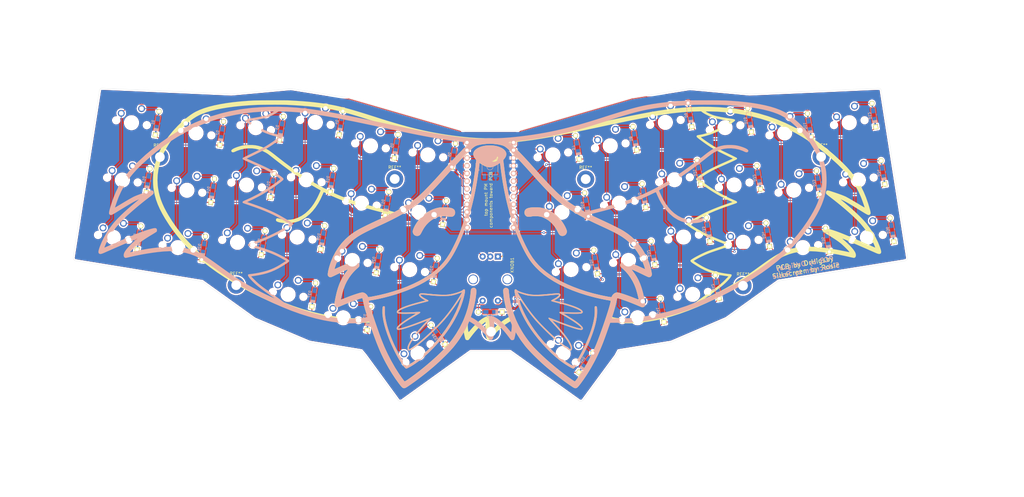
<source format=kicad_pcb>
(kicad_pcb (version 20211014) (generator pcbnew)
  (layers (0 "F.Cu" signal) (31 "B.Cu" signal) (34 "B.Paste" user) (35 "F.Paste" user) (36 "B.SilkS" user "B.Silkscreen") (37 "F.SilkS" user "F.Silkscreen") (38 "B.Mask" user) (39 "F.Mask" user) (44 "Edge.Cuts" user))
  (net 0 "")
  (net 1 "Net-(D1-Pad2)")
  (net 2 "Net-(D2-Pad2)")
  (net 3 "Net-(D3-Pad2)")
  (net 4 "Net-(D4-Pad2)")
  (net 5 "Net-(D5-Pad2)")
  (net 6 "Net-(D6-Pad2)")
  (net 7 "Net-(D7-Pad2)")
  (net 8 "Net-(D8-Pad2)")
  (net 9 "Net-(D9-Pad2)")
  (net 10 "Net-(D10-Pad2)")
  (net 11 "Net-(D11-Pad2)")
  (net 12 "Net-(D12-Pad2)")
  (net 13 "Net-(D13-Pad2)")
  (net 14 "Net-(D14-Pad2)")
  (net 15 "Net-(D15-Pad2)")
  (net 16 "Net-(D16-Pad2)")
  (net 17 "Net-(D17-Pad2)")
  (net 18 "Net-(D18-Pad2)")
  (net 19 "Net-(D19-Pad2)")
  (net 20 "Net-(D20-Pad2)")
  (net 21 "Net-(D21-Pad2)")
  (net 22 "Net-(D22-Pad2)")
  (net 23 "Net-(D23-Pad2)")
  (net 24 "Net-(D24-Pad2)")
  (net 25 "Net-(D25-Pad2)")
  (net 26 "Net-(D26-Pad2)")
  (net 27 "Net-(D27-Pad2)")
  (net 28 "Net-(D28-Pad2)")
  (net 29 "Net-(D29-Pad2)")
  (net 30 "Net-(D30-Pad2)")
  (net 31 "Net-(D31-Pad2)")
  (net 32 "Net-(D32-Pad2)")
  (net 33 "Net-(D33-Pad2)")
  (net 34 "Net-(D34-Pad2)")
  (net 35 "Net-(D35-Pad2)")
  (net 36 "Net-(D36-Pad2)")
  (net 37 "Net-(D37-Pad2)")
  (net 38 "Net-(D38-Pad2)")
  (net 39 "Net-(D39-Pad2)")
  (net 40 "Net-(D40-Pad2)")
  (net 41 "Net-(D41-Pad2)")
  (net 42 "Net-(D42-Pad2)")
  (net 43 "Net-(U1-Pad24)")
  (net 44 "Net-(U1-Pad21)")
  (net 45 "Net-(D43-Pad2)")
  (net 46 "PM1")
  (net 47 "GND")
  (net 48 "PM2")
  (net 49 "RST")
  (net 50 "R1")
  (net 51 "R2")
  (net 52 "R3")
  (net 53 "R4")
  (net 54 "C10")
  (net 55 "C1")
  (net 56 "C2")
  (net 57 "C3")
  (net 58 "C4")
  (net 59 "C5")
  (net 60 "C6")
  (net 61 "C7")
  (net 62 "C8")
  (net 63 "C9")
  (net 64 "C11")
  (net 65 "C12")
  (footprint "keebio-parts:Diode-Hybrid-Back" (layer "F.Cu") (at 198.84859 25.724059 -81)
    (fp_text reference "D7")
    (fp_text value "D_Small" hide)
  )
  (footprint "keebio-parts:Diode-Hybrid-Back" (layer "F.Cu") (at 217.664131 22.74397 -81)
    (fp_text reference "D8")
    (fp_text value "D_Small" hide)
  )
  (footprint "keebio-parts:Diode-Hybrid-Back" (layer "F.Cu") (at 235.734651 15.059996 -81)
    (fp_text reference "D9")
    (fp_text value "D_Small" hide)
  )
  (footprint "keebio-parts:Diode-Hybrid-Back" (layer "F.Cu") (at 255.295215 16.783792 -81)
    (fp_text reference "D10")
    (fp_text value "D_Small" hide)
  )
  (footprint "keebio-parts:Diode-Hybrid-Back" (layer "F.Cu") (at 274.855779 18.507588 -81)
    (fp_text reference "D11")
    (fp_text value "D_Small" hide)
  )
  (footprint "keebio-parts:Diode-Hybrid-Back" (layer "F.Cu") (at 296.023264 15.154988 -81)
    (fp_text reference "D12")
    (fp_text value "D_Small" hide)
  )
  (footprint "keebio-parts:Diode-Hybrid-Back" (layer "F.Cu") (at 201.828679 44.539601 -81)
    (fp_text reference "D19")
    (fp_text value "D_Small" hide)
  )
  (footprint "keebio-parts:Diode-Hybrid-Back" (layer "F.Cu") (at 220.64422 41.559512 -81)
    (fp_text reference "D20")
    (fp_text value "D_Small" hide)
  )
  (footprint "keebio-parts:Diode-Hybrid-Back" (layer "F.Cu") (at 238.71474 33.875538 -81)
    (fp_text reference "D21")
    (fp_text value "D_Small" hide)
  )
  (footprint "keebio-parts:Diode-Hybrid-Back" (layer "F.Cu") (at 258.275304 35.599334 -81)
    (fp_text reference "D22")
    (fp_text value "D_Small" hide)
  )
  (footprint "keebio-parts:Diode-Hybrid-Back" (layer "F.Cu") (at 277.835868 37.32313 -81)
    (fp_text reference "D23")
    (fp_text value "D_Small" hide)
  )
  (footprint "keebio-parts:Diode-Hybrid-Back" (layer "F.Cu") (at 299.003353 33.97053 -81)
    (fp_text reference "D24")
    (fp_text value "D_Small" hide)
  )
  (footprint "keebio-parts:Diode-Hybrid-Back" (layer "F.Cu") (at 204.808768 63.355143 -81)
    (fp_text reference "D31")
    (fp_text value "D_Small" hide)
  )
  (footprint "keebio-parts:Diode-Hybrid-Back" (layer "F.Cu") (at 223.62431 60.375054 -81)
    (fp_text reference "D32")
    (fp_text value "D_Small" hide)
  )
  (footprint "keebio-parts:Diode-Hybrid-Back" (layer "F.Cu") (at 241.694829 52.691079 -81)
    (fp_text reference "D33")
    (fp_text value "D_Small" hide)
  )
  (footprint "keebio-parts:Diode-Hybrid-Back" (layer "F.Cu") (at 261.255393 54.414876 -81)
    (fp_text reference "D34")
    (fp_text value "D_Small" hide)
  )
  (footprint "keebio-parts:Diode-Hybrid-Back" (layer "F.Cu") (at 280.815958 56.138672 -81)
    (fp_text reference "D35")
    (fp_text value "D_Small" hide)
  )
  (footprint "keebio-parts:Diode-Hybrid-Back" (layer "F.Cu") (at 301.983442 52.786072 -81)
    (fp_text reference "D36")
    (fp_text value "D_Small" hide)
  )
  (footprint "keebio-parts:Diode-Hybrid-Back" (layer "F.Cu") (at 201.605868 96.410159 -126)
    (fp_text reference "D40")
    (fp_text value "D_Small" hide)
  )
  (footprint "keebio-parts:Diode-Hybrid-Back" (layer "F.Cu") (at 226.604399 79.190596 -81)
    (fp_text reference "D41")
    (fp_text value "D_Small" hide)
  )
  (footprint "keebio-parts:Diode-Hybrid-Back" (layer "F.Cu") (at 244.674918 71.506621 -81)
    (fp_text reference "D42")
    (fp_text value "D_Small" hide)
  )
  (footprint "MX_Only:MXOnly-1U-NoLED" (layer "F.Cu") (at 190.803045 28.20382 9)
    (fp_text reference "MX7")
    (fp_text value "MX-NoLED")
  )
  (footprint "MX_Only:MXOnly-1U-NoLED" (layer "F.Cu") (at 209.618587 25.223731 9)
    (fp_text reference "MX8")
    (fp_text value "MX-NoLED")
  )
  (footprint "MX_Only:MXOnly-1U-NoLED" (layer "F.Cu") (at 227.689107 17.539756 9)
    (fp_text reference "MX9")
    (fp_text value "MX-NoLED")
  )
  (footprint "MX_Only:MXOnly-1U-NoLED" (layer "F.Cu") (at 247.249671 19.263552 9)
    (fp_text reference "MX10")
    (fp_text value "MX-NoLED")
  )
  (footprint "MX_Only:MXOnly-1U-NoLED" (layer "F.Cu") (at 266.810235 20.987349 9)
    (fp_text reference "MX11")
    (fp_text value "MX-NoLED")
  )
  (footprint "MX_Only:MXOnly-1.25U-NoLED" (layer "F.Cu") (at 287.97772 17.634749 9)
    (fp_text reference "MX12")
    (fp_text value "MX-NoLED")
  )
  (footprint "MX_Only:MXOnly-1U-NoLED" (layer "F.Cu") (at 193.783135 47.019361 9)
    (fp_text reference "MX19")
    (fp_text value "MX-NoLED")
  )
  (footprint "MX_Only:MXOnly-1U-NoLED" (layer "F.Cu") (at 212.598676 44.039272 9)
    (fp_text reference "MX20")
    (fp_text value "MX-NoLED")
  )
  (footprint "MX_Only:MXOnly-1U-NoLED" (layer "F.Cu") (at 230.669196 36.355298 9)
    (fp_text reference "MX21")
    (fp_text value "MX-NoLED")
  )
  (footprint "MX_Only:MXOnly-1U-NoLED" (layer "F.Cu") (at 250.22976 38.079094 9)
    (fp_text reference "MX22")
    (fp_text value "MX-NoLED")
  )
  (footprint "MX_Only:MXOnly-1U-NoLED" (layer "F.Cu") (at 269.790324 39.802891 9)
    (fp_text reference "MX23")
    (fp_text value "MX-NoLED")
  )
  (footprint "MX_Only:MXOnly-1.25U-NoLED" (layer "F.Cu") (at 290.957809 36.45029 9)
    (fp_text reference "MX24")
    (fp_text value "MX-NoLED")
  )
  (footprint "MX_Only:MXOnly-1U-NoLED" (layer "F.Cu") (at 196.763224 65.834903 9)
    (fp_text reference "MX31")
    (fp_text value "MX-NoLED")
  )
  (footprint "MX_Only:MXOnly-1U-NoLED" (layer "F.Cu") (at 215.578766 62.854814 9)
    (fp_text reference "MX32")
    (fp_text value "MX-NoLED")
  )
  (footprint "MX_Only:MXOnly-1U-NoLED" (layer "F.Cu") (at 233.649285 55.17084 9)
    (fp_text reference "MX33")
    (fp_text value "MX-NoLED")
  )
  (footprint "MX_Only:MXOnly-1U-NoLED" (layer "F.Cu") (at 253.209849 56.894636 9)
    (fp_text reference "MX34")
    (fp_text value "MX-NoLED")
  )
  (footprint "MX_Only:MXOnly-1U-NoLED" (layer "F.Cu") (at 272.770414 58.618433 9)
    (fp_text reference "MX35")
    (fp_text value "MX-NoLED")
  )
  (footprint "MX_Only:MXOnly-1.25U-NoLED" (layer "F.Cu") (at 293.937898 55.265832 9)
    (fp_text reference "MX36")
    (fp_text value "MX-NoLED")
  )
  (footprint "MX_Only:MXOnly-1.5U-NoLED" (layer "F.Cu") (at 146.555163 93.323908 36)
    (fp_text reference "MX39")
    (fp_text value "MX-NoLED")
  )
  (footprint "MX_Only:MXOnly-1U-NoLED" (layer "F.Cu") (at 218.558855 81.670356 9)
    (fp_text reference "MX41")
    (fp_text value "MX-NoLED")
  )
  (footprint "MX_Only:MXOnly-1U-NoLED" (layer "F.Cu") (at 236.629374 73.986382 9)
    (fp_text reference "MX42")
    (fp_text value "MX-NoLED")
  )
  (footprint "MountingHole:MountingHole_3.2mm_M3_DIN965_Pad" (layer "F.Cu") (at 138.938 36.1188)
    (fp_text reference "REF**")
    (fp_text value "MountingHole_3.2mm_M3_DIN965_Pad")
  )
  (footprint "MountingHole:MountingHole_3.2mm_M3_DIN965_Pad" (layer "F.Cu") (at 253.1364 71.1708)
    (fp_text reference "REF**")
    (fp_text value "MountingHole_3.2mm_M3_DIN965_Pad")
  )
  (footprint "Sleepy Fox:sleepyfox" (layer "F.Cu") (at 179.07 57.531 180)
    (fp_text reference "G***" hide)
    (fp_text value "LOGO" hide)
  )
  (footprint "MX_Only:MXOnly-1U-NoLED" (layer "F.Cu") (at 103.984807 74.003882 -9)
    (fp_text reference "MX37")
    (fp_text value "MX-NoLED")
  )
  (footprint "MX_Only:MXOnly-1U-NoLED" (layer "F.Cu") (at 143.850957 65.852404 -9)
    (fp_text reference "MX30")
    (fp_text value "MX-NoLED")
  )
  (footprint "MX_Only:MXOnly-1U-NoLED" (layer "F.Cu") (at 125.035415 62.872315 -9)
    (fp_text reference "MX29")
    (fp_text value "MX-NoLED")
  )
  (footprint "MX_Only:MXOnly-1.25U-NoLED" (layer "F.Cu") (at 49.656372 36.467791 -9)
    (fp_text reference "MX13")
    (fp_text value "MX-NoLED")
  )
  (footprint "MX_Only:MXOnly-1.25U-NoLED" (layer "F.Cu") (at 46.676283 55.283333 -9)
    (fp_text reference "MX25")
    (fp_text value "MX-NoLED")
  )
  (footprint "MX_Only:MXOnly-1U-NoLED" (layer "F.Cu") (at 90.384421 38.096595 -9)
    (fp_text reference "MX15")
    (fp_text value "MX-NoLED")
  )
  (footprint "MX_Only:MXOnly-1U-NoLED" (layer "F.Cu") (at 128.015504 44.056773 -9)
    (fp_text reference "MX17")
    (fp_text value "MX-NoLED")
  )
  (footprint "MX_Only:MXOnly-1U-NoLED" (layer "F.Cu") (at 122.055326 81.687857 -9)
    (fp_text reference "MX38")
    (fp_text value "MX-NoLED")
  )
  (footprint "MX_Only:MXOnly-1U-NoLED" (layer "F.Cu") (at 106.964896 55.188341 -9)
    (fp_text reference "MX28")
    (fp_text value "MX-NoLED")
  )
  (footprint "MX_Only:MXOnly-1U-NoLED" (layer "F.Cu") (at 67.843767 58.635933 -9)
    (fp_text reference "MX26")
    (fp_text value "MX-NoLED")
  )
  (footprint "MX_Only:MXOnly-1U-NoLED" (layer "F.Cu") (at 109.944985 36.372799 -9)
    (fp_text reference "MX16")
    (fp_text value "MX-NoLED")
  )
  (footprint "MX_Only:MXOnly-1U-NoLED" (layer "F.Cu") (at 87.404332 56.912137 -9)
    (fp_text reference "MX27")
    (fp_text value "MX-NoLED")
  )
  (footprint "MX_Only:MXOnly-1U-NoLED" (layer "F.Cu") (at 146.831046 47.036862 -9)
    (fp_text reference "MX18")
    (fp_text value "MX-NoLED")
  )
  (footprint "MX_Only:MXOnly-1U-NoLED" (layer "F.Cu") (at 70.823856 39.820391 -9)
    (fp_text reference "MX14")
    (fp_text value "MX-NoLED")
  )
  (footprint "MX_Only:MXOnly-1U-NoLED" (layer "F.Cu") (at 93.36451 19.281053 -9)
    (fp_text reference "MX3")
    (fp_text value "MX-NoLED")
  )
  (footprint "MX_Only:MXOnly-1U-NoLED" (layer "F.Cu") (at 149.811135 28.22132 -9)
    (fp_text reference "MX6")
    (fp_text value "MX-NoLED")
  )
  (footprint "MX_Only:MXOnly-1U-NoLED" (layer "F.Cu") (at 130.995593 25.241231 -9)
    (fp_text reference "MX5")
    (fp_text value "MX-NoLED")
  )
  (footprint "MX_Only:MXOnly-1U-NoLED" (layer "F.Cu") (at 112.925074 17.557257 -9)
    (fp_text reference "MX4")
    (fp_text value "MX-NoLED")
  )
  (footprint "MX_Only:MXOnly-1U-NoLED" (layer "F.Cu") (at 73.803946 21.00485 -9)
    (fp_text reference "MX2")
    (fp_text value "MX-NoLED")
  )
  (footprint "MX_Only:MXOnly-1.25U-NoLED" (layer "F.Cu") (at 52.636461 17.652249 -9)
    (fp_text reference "MX1")
    (fp_text value "MX-NoLED")
  )
  (footprint "keebio-parts:Diode-Hybrid-Back" (layer "F.Cu") (at 61.054516 17.780067 -99)
    (fp_text reference "D1")
    (fp_text value "D_Small" hide)
  )
  (footprint "keebio-parts:Diode-Hybrid-Back" (layer "F.Cu") (at 139.413649 25.369049 -99)
    (fp_text reference "D5")
    (fp_text value "D_Small" hide)
  )
  (footprint "keebio-parts:Diode-Hybrid-Back" (layer "F.Cu") (at 82.222001 21.132667 -99)
    (fp_text reference "D2")
    (fp_text value "D_Small" hide)
  )
  (footprint "keebio-parts:Diode-Hybrid-Back" (layer "F.Cu") (at 101.782565 19.408871 -99)
    (fp_text reference "D3")
    (fp_text value "D_Small" hide)
  )
  (footprint "keebio-parts:Diode-Hybrid-Back" (layer "F.Cu") (at 121.343129 17.685074 -99)
    (fp_text reference "D4")
    (fp_text value "D_Small" hide)
  )
  (footprint "keebio-parts:Diode-Hybrid-Back" (layer "F.Cu") (at 158.229191 28.349138 -99)
    (fp_text reference "D6")
    (fp_text value "D_Small" hide)
  )
  (footprint "keebio-parts:Diode-Hybrid-Back" (layer "F.Cu") (at 153.14055 87.232413 -54)
    (fp_text reference "D39")
    (fp_text value "D_Small" hide)
  )
  (footprint "keebio-parts:Diode-Hybrid-Back" (layer "F.Cu") (at 133.45347 63.000133 -99)
    (fp_text reference "D29")
    (fp_text value "D_Small" hide)
  )
  (footprint "keebio-parts:Diode-Hybrid-Back" (layer "F.Cu") (at 112.402862 74.1317 -99)
    (fp_text reference "D37")
    (fp_text value "D_Small" hide)
  )
  (footprint "keebio-parts:Diode-Hybrid-Back" (layer "F.Cu") (at 130.473381 81.815675 -99)
    (fp_text reference "D38")
    (fp_text value "D_Small" hide)
  )
  (footprint "keebio-parts:Diode-Hybrid-Back" (layer "F.Cu") (at 115.382951 55.316158 -99)
    (fp_text reference "D28")
    (fp_text value "D_Small" hide)
  )
  (footprint "keebio-parts:Diode-Hybrid-Back" (layer "F.Cu") (at 58.074427 36.595609 -99)
    (fp_text reference "D13")
    (fp_text value "D_Small" hide)
  )
  (footprint "keebio-parts:Diode-Hybrid-Back" (layer "F.Cu") (at 95.822387 57.039955 -99)
    (fp_text reference "D27")
    (fp_text value "D_Small" hide)
  )
  (footprint "keebio-parts:Diode-Hybrid-Back" (layer "F.Cu") (at 155.249101 47.16468 -99)
    (fp_text reference "D18")
    (fp_text value "D_Small" hide)
  )
  (footprint "keebio-parts:Diode-Hybrid-Back" (layer "F.Cu") (at 152.269012 65.980222 -99)
    (fp_text reference "D30")
    (fp_text value "D_Small" hide)
  )
  (footprint "keebio-parts:Diode-Hybrid-Back" (layer "F.Cu") (at 118.36304 36.500616 -99)
    (fp_text reference "D16")
    (fp_text value "D_Small" hide)
  )
  (footprint "keebio-parts:Diode-Hybrid-Back" (layer "F.Cu") (at 55.094338 55.411151 -99)
    (fp_text reference "D25")
    (fp_text value "D_Small" hide)
  )
  (footprint "keebio-parts:Diode-Hybrid-Back" (layer "F.Cu") (at 79.241912 39.948209 -99)
    (fp_text reference "D14")
    (fp_text value "D_Small" hide)
  )
  (footprint "keebio-parts:Diode-Hybrid-Back" (layer "F.Cu") (at 76.261823 58.763751 -99)
    (fp_text reference "D26")
    (fp_text value "D_Small" hide)
  )
  (footprint "keebio-parts:Diode-Hybrid-Back" (layer "F.Cu") (at 98.802476 38.224413 -99)
    (fp_text reference "D15")
    (fp_text value "D_Small" hide)
  )
  (footprint "keebio-parts:Diode-Hybrid-Back" (layer "F.Cu") (at 136.43356 44.184591 -99)
    (fp_text reference "D17")
    (fp_text value "D_Small" hide)
  )
  (footprint "MX_Only:MXOnly-1.5U-NoLED" (layer "F.Cu") (at 194.183 93.345 -36)
    (fp_text reference "MX40")
    (fp_text value "MX-NoLED")
  )
  (footprint "keebio-parts:Diode-Hybrid-Back" (layer "F.Cu") (at 170.26009 79.77221)
    (fp_text reference "D43")
    (fp_text value "D_Small" hide)
  )
  (footprint "Rotary_Encoder:RotaryEncoder_Alps_EC11E-Switch_Vertical_H20mm_CircularMountingHoles" (layer "F.Cu") (at 170.26009 69.05654 -90)
    (fp_text reference "KNOB1")
    (fp_text value "Rotary_Encoder_Switch")
  )
  (footprint "MountingHole:MountingHole_3.2mm_M3_DIN965_Pad" (layer "F.Cu") (at 86.9696 70.9676)
    (fp_text reference "REF**")
    (fp_text value "MountingHole_3.2mm_M3_DIN965_Pad")
  )
  (footprint "MountingHole:MountingHole_3.2mm_M3_DIN965_Pad" (layer "F.Cu") (at 170.5356 86.233)
    (fp_text reference "REF**")
    (fp_text value "MountingHole_3.2mm_M3_DIN965_Pad")
  )
  (footprint "MountingHole:MountingHole_3.2mm_M3_DIN965_Pad" (layer "F.Cu") (at 278.7396 28.829)
    (fp_text reference "REF**")
    (fp_text value "MountingHole_3.2mm_M3_DIN965_Pad")
  )
  (footprint "MountingHole:MountingHole_3.2mm_M3_DIN965_Pad" (layer "F.Cu") (at 201.549 36.1696)
    (fp_text reference "REF**")
    (fp_text value "MountingHole_3.2mm_M3_DIN965_Pad")
  )
  (footprint "MountingHole:MountingHole_3.2mm_M3_DIN965_Pad" (layer "F.Cu") (at 61.9506 28.9052)
    (fp_text reference "REF**")
    (fp_text value "MountingHole_3.2mm_M3_DIN965_Pad")
  )
  (footprint "random-keyboard-parts:SKQGADE010" (layer "B.Cu") (at 170.18 32.14701 90)
    (fp_text reference "SW1")
    (fp_text value "SW_Push")
  )
  (footprint "keebio-parts:ArduinoProMicro" (layer "B.Cu") (at 170.26009 38.10016 -90)
    (fp_text reference "U1" hide)
    (fp_text value "ProMicro" hide)
  )
  (footprint "Sleepy Fox:sleepyfox" (layer "B.Cu") (at 161.163 57.531)
    (fp_text reference "G***" hide)
    (fp_text value "LOGO" hide)
  )
  (gr_arc (start 200.659119 108.775479) (mid 199.940699 109.073058) (end 199.222279 108.775479) (layer "Edge.Cuts") (width 0.05))
  (gr_line (start 104.902 6.477) (end 123.952 9.525) (layer "Edge.Cuts") (width 0.05))
  (gr_line (start 176.784 92.71) (end 199.22236 108.7755) (layer "Edge.Cuts") (width 0.05))
  (gr_line (start 179.832 20.193) (end 216.662 9.525) (layer "Edge.Cuts") (width 0.05))
  (gr_line (start 75.819 69.723) (end 92.964 82.042) (layer "Edge.Cuts") (width 0.05))
  (gr_line (start 160.782 20.193) (end 161.417 20.193) (layer "Edge.Cuts") (width 0.05))
  (gr_line (start 298.45 7.112) (end 307.086 61.976) (layer "Edge.Cuts") (width 0.05))
  (gr_line (start 229.616 89.662) (end 247.65 81.915) (layer "Edge.Cuts") (width 0.05))
  (gr_line (start 161.417 20.193) (end 179.832 20.193) (layer "Edge.Cuts") (width 0.05))
  (gr_line (start 163.83 92.71) (end 176.784 92.71) (layer "Edge.Cuts") (width 0.05))
  (gr_line (start 42.164 7.112) (end 33.528 61.976) (layer "Edge.Cuts") (width 0.05))
  (gr_line (start 129.286 93.98) (end 128.016 92.456) (layer "Edge.Cuts") (width 0.05))
  (gr_line (start 85.344 8.255) (end 42.926 6.35) (layer "Edge.Cuts") (width 0.05))
  (gr_line (start 129.286 93.98) (end 140.07592 108.7628) (layer "Edge.Cuts") (width 0.05))
  (gr_line (start 264.795 69.596) (end 247.65 81.915) (layer "Edge.Cuts") (width 0.05))
  (gr_line (start 216.662 9.525) (end 235.712 6.477) (layer "Edge.Cuts") (width 0.05))
  (gr_line (start 141.5034 108.77042) (end 163.83 92.71) (layer "Edge.Cuts") (width 0.05))
  (gr_line (start 200.65746 108.7755) (end 211.455 94.107) (layer "Edge.Cuts") (width 0.05))
  (gr_line (start 110.998 89.662) (end 128.016 92.456) (layer "Edge.Cuts") (width 0.05))
  (gr_line (start 235.712 6.477) (end 255.27 8.255) (layer "Edge.Cuts") (width 0.05))
  (gr_arc (start 34.544 62.992) (mid 33.82558 62.69442) (end 33.528 61.976) (layer "Edge.Cuts") (width 0.05))
  (gr_line (start 104.902 6.477) (end 85.344 8.255) (layer "Edge.Cuts") (width 0.05))
  (gr_line (start 34.544 62.992) (end 75.819 69.723) (layer "Edge.Cuts") (width 0.05))
  (gr_line (start 211.455 94.107) (end 212.344 92.456) (layer "Edge.Cuts") (width 0.05))
  (gr_arc (start 297.688 6.35) (mid 298.226815 6.573185) (end 298.45 7.112) (layer "Edge.Cuts") (width 0.05))
  (gr_line (start 306.07 62.992) (end 264.795 69.596) (layer "Edge.Cuts") (width 0.05))
  (gr_line (start 160.782 20.193) (end 123.952 9.525) (layer "Edge.Cuts") (width 0.05))
  (gr_line (start 255.27 8.255) (end 297.688 6.35) (layer "Edge.Cuts") (width 0.05))
  (gr_arc (start 42.164 7.112) (mid 42.387185 6.573185) (end 42.926 6.35) (layer "Edge.Cuts") (width 0.05))
  (gr_arc (start 141.505504 108.769975) (mid 140.789355 109.059965) (end 140.07632 108.7624) (layer "Edge.Cuts") (width 0.05))
  (gr_line (start 110.998 89.662) (end 92.964 82.042) (layer "Edge.Cuts") (width 0.05))
  (gr_arc (start 307.086 61.976) (mid 306.78842 62.69442) (end 306.07 62.992) (layer "Edge.Cuts") (width 0.05))
  (gr_line (start 229.616 89.662) (end 212.344 92.456) (layer "Edge.Cuts") (width 0.05))
  (gr_text "PCB by DrHigsby\nSilkscreen by Rosie" (at 273.56816 65.06972 10) (layer "B.SilkS") (effects (font (size 1.5 1.5) (thickness 0.25)) (justify mirror)))
  (gr_text "PCB by DrHigsby\nSilkscreen by Rosie" (at 273.56816 65.01638 10) (layer "F.SilkS") (effects (font (size 1.5 1.5) (thickness 0.25))))
  (gr_text "top mount PM\ncomponents toward PCB" (at 169.672 42.926 90) (layer "F.SilkS") (effects (font (size 1 1))))
  (segment (start 55.939876 13.032136) (end 60.768664 13.032136) (width 0.25) (layer "B.Cu") (net 1))
  (segment (start 60.768664 13.032136) (end 61.66461 13.928082) (width 0.25) (layer "B.Cu") (net 1))
  (segment (start 81.93615 16.384737) (end 82.832095 17.280682) (width 0.25) (layer "B.Cu") (net 2))
  (segment (start 77.107361 16.384737) (end 81.93615 16.384737) (width 0.25) (layer "B.Cu") (net 2))
  (segment (start 96.667925 14.66094) (end 101.496713 14.66094) (width 0.25) (layer "B.Cu") (net 3))
  (segment (start 101.496713 14.66094) (end 102.392659 15.556886) (width 0.25) (layer "B.Cu") (net 3))
  (segment (start 116.228489 12.937144) (end 121.057278 12.937144) (width 0.25) (layer "B.Cu") (net 4))
  (segment (start 121.057278 12.937144) (end 121.953223 13.833089) (width 0.25) (layer "B.Cu") (net 4))
  (segment (start 139.127797 20.621118) (end 140.023743 21.517064) (width 0.25) (layer "B.Cu") (net 5))
  (segment (start 134.299008 20.621118) (end 139.127797 20.621118) (width 0.25) (layer "B.Cu") (net 5))
  (segment (start 153.11455 23.601207) (end 157.943339 23.601207) (width 0.25) (layer "B.Cu") (net 6))
  (segment (start 158.039286 23.697154) (end 158.839285 24.497153) (width 0.25) (layer "B.Cu") (net 6))
  (segment (start 157.943339 23.601207) (end 158.039286 23.697154) (width 0.25) (layer "B.Cu") (net 6))
  (segment (start 193.434032 21.872074) (end 192.517086 22.78902) (width 0.25) (layer "B.Cu") (net 7))
  (segment (start 198.238496 21.872074) (end 193.434032 21.872074) (width 0.25) (layer "B.Cu") (net 7))
  (segment (start 217.054037 18.891985) (end 212.249574 18.891985) (width 0.25) (layer "B.Cu") (net 8))
  (segment (start 212.249574 18.891985) (end 211.332628 19.808931) (width 0.25) (layer "B.Cu") (net 8))
  (segment (start 230.320093 11.208011) (end 229.403148 12.124956) (width 0.25) (layer "B.Cu") (net 9))
  (segment (start 235.124557 11.208011) (end 230.320093 11.208011) (width 0.25) (layer "B.Cu") (net 9))
  (segment (start 254.685121 12.931807) (end 249.880657 12.931807) (width 0.25) (layer "B.Cu") (net 10))
  (segment (start 249.880657 12.931807) (end 248.963712 13.848752) (width 0.25) (layer "B.Cu") (net 10))
  (segment (start 274.245685 14.655603) (end 269.441222 14.655603) (width 0.25) (layer "B.Cu") (net 11))
  (segment (start 269.441222 14.655603) (end 268.524276 15.572549) (width 0.25) (layer "B.Cu") (net 11))
  (segment (start 295.41317 11.303003) (end 290.608707 11.303003) (width 0.25) (layer "B.Cu") (net 12))
  (segment (start 290.608707 11.303003) (end 289.691761 12.219949) (width 0.25) (layer "B.Cu") (net 12))
  (segment (start 57.788575 31.847678) (end 58.684521 32.743624) (width 0.25) (layer "B.Cu") (net 13))
  (segment (start 52.959787 31.847678) (end 57.788575 31.847678) (width 0.25) (layer "B.Cu") (net 13))
  (segment (start 78.95606 35.200278) (end 79.852006 36.096224) (width 0.25) (layer "B.Cu") (net 14))
  (segment (start 74.127271 35.200278) (end 78.95606 35.200278) (width 0.25) (layer "B.Cu") (net 14))
  (segment (start 93.687836 33.476482) (end 98.516624 33.476482) (width 0.25) (layer "B.Cu") (net 15))
  (segment (start 98.516624 33.476482) (end 99.41257 34.372428) (width 0.25) (layer "B.Cu") (net 15))
  (segment (start 113.2484 31.752686) (end 118.077189 31.752686) (width 0.25) (layer "B.Cu") (net 16))
  (segment (start 118.077189 31.752686) (end 118.973134 32.648631) (width 0.25) (layer "B.Cu") (net 16))
  (segment (start 136.147708 39.43666) (end 137.043654 40.332606) (width 0.25) (layer "B.Cu") (net 17))
  (segment (start 131.318919 39.43666) (end 136.147708 39.43666) (width 0.25) (layer "B.Cu") (net 17))
  (segment (start 150.134461 42.416749) (end 154.963249 42.416749) (width 0.25) (layer "B.Cu") (net 18))
  (segment (start 154.963249 42.416749) (end 155.859195 43.312695) (width 0.25) (layer "B.Cu") (net 18))
  (segment (start 201.218585 40.687616) (end 196.414121 40.687616) (width 0.25) (layer "B.Cu") (net 19))
  (segment (start 196.414121 40.687616) (end 195.497176 41.604561) (width 0.25) (layer "B.Cu") (net 19))
  (segment (start 220.034126 37.707527) (end 215.229662 37.707527) (width 0.25) (layer "B.Cu") (net 20))
  (segment (start 215.229662 37.707527) (end 214.312717 38.624472) (width 0.25) (layer "B.Cu") (net 20))
  (segment (start 233.300182 30.023553) (end 232.383237 30.940498) (width 0.25) (layer "B.Cu") (net 21))
  (segment (start 238.104646 30.023553) (end 233.300182 30.023553) (width 0.25) (layer "B.Cu") (net 21))
  (segment (start 252.860746 31.747349) (end 251.943801 32.664294) (width 0.25) (layer "B.Cu") (net 22))
  (segment (start 257.66521 31.747349) (end 252.860746 31.747349) (width 0.25) (layer "B.Cu") (net 22))
  (segment (start 277.225774 33.471145) (end 272.421311 33.471145) (width 0.25) (layer "B.Cu") (net 23))
  (segment (start 272.421311 33.471145) (end 271.504365 34.388091) (width 0.25) (layer "B.Cu") (net 23))
  (segment (start 298.393259 30.118545) (end 293.588795 30.118545) (width 0.25) (layer "B.Cu") (net 24))
  (segment (start 293.588795 30.118545) (end 292.67185 31.03549) (width 0.25) (layer "B.Cu") (net 24))
  (segment (start 49.979698 50.66322) (end 54.808486 50.66322) (width 0.25) (layer "B.Cu") (net 25))
  (segment (start 54.808486 50.66322) (end 55.704432 51.559166) (width 0.25) (layer "B.Cu") (net 25))
  (segment (start 71.147182 54.01582) (end 75.975971 54.01582) (width 0.25) (layer "B.Cu") (net 26))
  (segment (start 75.975971 54.01582) (end 76.871917 54.911766) (width 0.25) (layer "B.Cu") (net 26))
  (segment (start 95.536535 52.292024) (end 96.432481 53.18797) (width 0.25) (layer "B.Cu") (net 27))
  (segment (start 90.707747 52.292024) (end 95.536535 52.292024) (width 0.25) (layer "B.Cu") (net 27))
  (segment (start 110.268311 50.568228) (end 115.0971 50.568228) (width 0.25) (layer "B.Cu") (net 28))
  (segment (start 115.0971 50.568228) (end 115.993045 51.464173) (width 0.25) (layer "B.Cu") (net 28))
  (segment (start 128.33883 58.252202) (end 133.167618 58.252202) (width 0.25) (layer "B.Cu") (net 29))
  (segment (start 133.167618 58.252202) (end 134.063564 59.148148) (width 0.25) (layer "B.Cu") (net 29))
  (segment (start 151.98316 61.232291) (end 152.879106 62.128237) (width 0.25) (layer "B.Cu") (net 30))
  (segment (start 147.154372 61.232291) (end 151.98316 61.232291) (width 0.25) (layer "B.Cu") (net 30))
  (segment (start 204.198674 59.503158) (end 199.39421 59.503158) (width 0.25) (layer "B.Cu") (net 31))
  (segment (start 199.39421 59.503158) (end 198.477265 60.420103) (width 0.25) (layer "B.Cu") (net 31))
  (segment (start 223.014216 56.523069) (end 218.209752 56.523069) (width 0.25) (layer "B.Cu") (net 32))
  (segment (start 218.209752 56.523069) (end 217.292807 57.440014) (width 0.25) (layer "B.Cu") (net 32))
  (segment (start 236.280272 48.839094) (end 235.363326 49.75604) (width 0.25) (layer "B.Cu") (net 33))
  (segment (start 241.084735 48.839094) (end 236.280272 48.839094) (width 0.25) (layer "B.Cu") (net 33))
  (segment (start 260.645299 50.562891) (end 255.840835 50.562891) (width 0.25) (layer "B.Cu") (net 34))
  (segment (start 255.840835 50.562891) (end 254.92389 51.479836) (width 0.25) (layer "B.Cu") (net 34))
  (segment (start 280.205864 52.286687) (end 275.401401 52.286687) (width 0.25) (layer "B.Cu") (net 35))
  (segment (start 275.401401 52.286687) (end 274.484455 53.203633) (width 0.25) (layer "B.Cu") (net 35))
  (segment (start 301.373348 48.934087) (end 296.568884 48.934087) (width 0.25) (layer "B.Cu") (net 36))
  (segment (start 296.568884 48.934087) (end 295.651939 49.851032) (width 0.25) (layer "B.Cu") (net 36))
  (segment (start 112.11701 69.383769) (end 113.012956 70.279715) (width 0.25) (layer "B.Cu") (net 37))
  (segment (start 107.288222 69.383769) (end 112.11701 69.383769) (width 0.25) (layer "B.Cu") (net 37))
  (segment (start 125.358741 77.067744) (end 130.187529 77.067744) (width 0.25) (layer "B.Cu") (net 38))
  (segment (start 130.187529 77.067744) (end 131.083475 77.96369) (width 0.25) (layer "B.Cu") (net 38))
  (segment (start 149.267997 84.077247) (end 145.624117 87.721127) (width 0.25) (layer "B.Cu") (net 39))
  (segment (start 150.848188 84.077247) (end 149.267997 84.077247) (width 0.25) (layer "B.Cu") (net 39))
  (segment (start 203.89823 93.254993) (end 201.371405 90.728168) (width 0.25) (layer "B.Cu") (net 40))
  (segment (start 201.371405 90.728168) (end 199.223852 90.728168) (width 0.25) (layer "B.Cu") (net 40))
  (segment (start 221.189841 75.338611) (end 220.272896 76.255556) (width 0.25) (layer "B.Cu") (net 41))
  (segment (start 225.994305 75.338611) (end 221.189841 75.338611) (width 0.25) (layer "B.Cu") (net 41))
  (segment (start 239.260361 67.654636) (end 238.343415 68.571582) (width 0.25) (layer "B.Cu") (net 42))
  (segment (start 244.064824 67.654636) (end 239.260361 67.654636) (width 0.25) (layer "B.Cu") (net 42))
  (segment (start 166.36009 79.77221) (end 166.36009 77.47814) (width 0.25) (layer "B.Cu") (net 45))
  (segment (start 166.36009 77.47814) (end 167.76453 76.0737) (width 0.25) (layer "B.Cu") (net 45))
  (segment (start 177.88009 57.70814) (end 174.01453 61.5737) (width 0.25) (layer "F.Cu") (net 46))
  (segment (start 174.01453 61.5737) (end 172.76453 61.5737) (width 0.25) (layer "F.Cu") (net 46))
  (segment (start 177.88009 52.07016) (end 177.88009 57.70814) (width 0.25) (layer "F.Cu") (net 46))
  (segment (start 162.64009 52.07016) (end 162.64009 56.44926) (width 0.25) (layer "F.Cu") (net 48))
  (segment (start 162.64009 56.44926) (end 167.76453 61.5737) (width 0.25) (layer "F.Cu") (net 48))
  (segment (start 168.33 29.04701) (end 162.80324 29.04701) (width 0.25) (layer "B.Cu") (net 49))
  (segment (start 162.80324 29.04701) (end 162.64009 29.21016) (width 0.25) (layer "B.Cu") (net 49))
  (segment (start 259.653532 24.384) (end 273.441446 24.384) (width 0.25) (layer "F.Cu") (net 50))
  (segment (start 120.733035 21.537059) (end 120.733035 22.44703) (width 0.25) (layer "F.Cu") (net 50))
  (segment (start 253.554086 22.987) (end 240.419764 22.987) (width 0.25) (layer "F.Cu") (net 50))
  (segment (start 275.465873 22.359573) (end 293.280758 22.359573) (width 0.25) (layer "F.Cu") (net 50))
  (segment (start 120.733035 22.44703) (end 127.507039 29.221034) (width 0.25) (layer "F.Cu") (net 50))
  (segment (start 138.803555 29.221034) (end 141.783644 32.201123) (width 0.25) (layer "F.Cu") (net 50))
  (segment (start 127.507039 29.221034) (end 137.893584 29.221034) (width 0.25) (layer "F.Cu") (net 50))
  (segment (start 215.294136 29.576044) (end 218.274225 26.595955) (width 0.25) (layer "F.Cu") (net 50))
  (segment (start 63.797022 24.984652) (end 81.611907 24.984652) (width 0.25) (layer "F.Cu") (net 50))
  (segment (start 240.419764 22.987) (end 237.11468 19.681916) (width 0.25) (layer "F.Cu") (net 50))
  (segment (start 199.458684 29.576044) (end 215.294136 29.576044) (width 0.25) (layer "F.Cu") (net 50))
  (segment (start 101.172471 23.260856) (end 101.942406 24.030791) (width 0.25) (layer "F.Cu") (net 50))
  (segment (start 274.695938 23.129508) (end 275.465873 22.359573) (width 0.25) (layer "F.Cu") (net 50))
  (segment (start 255.905309 20.635777) (end 253.554086 22.987) (width 0.25) (layer "F.Cu") (net 50))
  (segment (start 188.722 31.369) (end 197.665728 31.369) (width 0.25) (layer "F.Cu") (net 50))
  (segment (start 273.441446 24.384) (end 274.695938 23.129508) (width 0.25) (layer "F.Cu") (net 50))
  (segment (start 119.9631 22.306994) (end 120.733035 21.537059) (width 0.25) (layer "F.Cu") (net 50))
  (segment (start 255.905309 20.635777) (end 259.653532 24.384) (width 0.25) (layer "F.Cu") (net 50))
  (segment (start 218.274225 26.595955) (end 228.660771 26.595955) (width 0.25) (layer "F.Cu") (net 50))
  (segment (start 141.783644 32.201123) (end 157.619097 32.201123) (width 0.25) (layer "F.Cu") (net 50))
  (segment (start 101.942406 24.030791) (end 118.239303 24.030791) (width 0.25) (layer "F.Cu") (net 50))
  (segment (start 99.448675 24.984652) (end 101.172471 23.260856) (width 0.25) (layer "F.Cu") (net 50))
  (segment (start 293.280758 22.359573) (end 296.633358 19.006973) (width 0.25) (layer "F.Cu") (net 50))
  (segment (start 237.11468 19.681916) (end 236.344745 18.911981) (width 0.25) (layer "F.Cu") (net 50))
  (segment (start 81.611907 24.984652) (end 99.448675 24.984652) (width 0.25) (layer "F.Cu") (net 50))
  (segment (start 118.239303 24.030791) (end 119.9631 22.306994) (width 0.25) (layer "F.Cu") (net 50))
  (segment (start 228.660771 26.595955) (end 236.344745 18.911981) (width 0.25) (layer "F.Cu") (net 50))
  (segment (start 60.444422 21.632052) (end 63.797022 24.984652) (width 0.25) (layer "F.Cu") (net 50))
  (segment (start 197.665728 31.369) (end 199.458684 29.576044) (width 0.25) (layer "F.Cu") (net 50))
  (segment (start 137.893584 29.221034) (end 138.803555 29.221034) (width 0.25) (layer "F.Cu") (net 50))
  (via (at 188.722 31.369) (size 0.8) (drill 0.4) (layers "F.Cu" "B.Cu") (net 50))
  (segment (start 179.081391 44.438609) (end 179.081391 44.207391) (width 0.25) (layer "B.Cu") (net 50))
  (segment (start 179.081391 43.930609) (end 179.081391 41.009609) (width 0.25) (layer "B.Cu") (net 50))
  (segment (start 161.438789 36.020815) (end 161.438789 52.646785) (width 0.25) (layer "B.Cu") (net 50))
  (segment (start 178.804609 44.438609) (end 178.850173 44.438609) (width 0.25) (layer "B.Cu") (net 50))
  (segment (start 179.081391 52.646785) (end 179.081391 44.969391) (width 0.25) (layer "B.Cu") (net 50))
  (segment (start 179.081391 44.207391) (end 179.081391 43.930609) (width 0.25) (layer "B.Cu") (net 50))
  (segment (start 178.850173 44.438609) (end 179.081391 44.207391) (width 0.25) (layer "B.Cu") (net 50))
  (segment (start 161.438789 52.646785) (end 162.063465 53.271461) (width 0.25) (layer "B.Cu") (net 50))
  (segment (start 179.081391 44.438609) (end 178.804609 44.438609) (width 0.25) (layer "B.Cu") (net 50))
  (segment (start 157.619097 32.201123) (end 161.438789 36.020815) (width 0.25) (layer "B.Cu") (net 50))
  (segment (start 177.891641 44.438609) (end 177.88009 44.45016) (width 0.25) (layer "B.Cu") (net 50))
  (segment (start 178.456715 53.271461) (end 179.081391 52.646785) (width 0.25) (layer "B.Cu") (net 50))
  (segment (start 179.081391 44.969391) (end 179.081391 44.715391) (width 0.25) (layer "B.Cu") (net 50))
  (segment (start 177.88009 44.45016) (end 178.56216 44.45016) (width 0.25) (layer "B.Cu") (net 50))
  (segment (start 162.063465 53.271461) (end 178.456715 53.271461) (width 0.25) (layer "B.Cu") (net 50))
  (segment (start 178.804609 44.438609) (end 177.891641 44.438609) (width 0.25) (layer "B.Cu") (net 50))
  (segment (start 178.56216 44.45016) (end 179.081391 44.969391) (width 0.25) (layer "B.Cu") (net 50))
  (segment (start 177.88009 44.45016) (end 178.56184 44.45016) (width 0.25) (layer "B.Cu") (net 50))
  (segment (start 179.081391 44.715391) (end 179.081391 44.438609) (width 0.25) (layer "B.Cu") (net 50))
  (segment (start 178.804609 44.438609) (end 179.081391 44.715391) (width 0.25) (layer "B.Cu") (net 50))
  (segment (start 179.081391 41.009609) (end 188.722 31.369) (width 0.25) (layer "B.Cu") (net 50))
  (segment (start 178.56184 44.45016) (end 179.081391 43.930609) (width 0.25) (layer "B.Cu") (net 50))
  (segment (start 296.260847 41.175115) (end 299.613447 37.822515) (width 0.25) (layer "F.Cu") (net 51))
  (segment (start 156.811976 47.44017) (end 160.5501 47.44017) (width 0.25) (layer "F.Cu") (net 51))
  (segment (start 199.903359 50.927) (end 202.438773 48.391586) (width 0.25) (layer "F.Cu") (net 51))
  (segment (start 117.752946 41.262572) (end 124.52695 48.036576) (width 0.25) (layer "F.Cu") (net 51))
  (segment (start 243.888311 42.291) (end 256.045717 42.291) (width 0.25) (layer "F.Cu") (net 51))
  (segment (start 124.52695 48.036576) (end 134.913495 48.036576) (width 0.25) (layer "F.Cu") (net 51))
  (segment (start 98.192382 42.076398) (end 116.029149 42.076398) (width 0.25) (layer "F.Cu") (net 51))
  (segment (start 278.445962 41.175115) (end 296.260847 41.175115) (width 0.25) (layer "F.Cu") (net 51))
  (segment (start 116.029149 42.076398) (end 117.752946 40.352601) (width 0.25) (layer "F.Cu") (net 51))
  (segment (start 135.823466 48.036576) (end 138.803555 51.016665) (width 0.25) (layer "F.Cu") (net 51))
  (segment (start 189.992 53.721) (end 190.119 53.721) (width 0.25) (layer "F.Cu") (net 51))
  (segment (start 258.885398 39.451319) (end 259.795369 39.451319) (width 0.25) (layer "F.Cu") (net 51))
  (segment (start 138.803555 51.016665) (end 154.639007 51.016665) (width 0.25) (layer "F.Cu") (net 51))
  (segment (start 221.254314 45.411497) (end 231.64086 45.411497) (width 0.25) (layer "F.Cu") (net 51))
  (segment (start 258.115463 40.221254) (end 258.885398 39.451319) (width 0.25) (layer "F.Cu") (net 51))
  (segment (start 57.464333 41.357565) (end 59.906962 43.800194) (width 0.25) (layer "F.Cu") (net 51))
  (segment (start 276.441077 43.18) (end 278.445962 41.175115) (width 0.25) (layer "F.Cu") (net 51))
  (segment (start 198.389339 52.44102) (end 202.438773 48.391586) (width 0.25) (layer "F.Cu") (net 51))
  (segment (start 59.906962 43.800194) (end 77.721847 43.800194) (width 0.25) (layer "F.Cu") (net 51))
  (segment (start 218.274225 48.391586) (end 221.254314 45.411497) (width 0.25) (layer "F.Cu") (net 51))
  (segment (start 231.64086 45.411497) (end 239.324834 37.727523) (width 0.25) (layer "F.Cu") (net 51))
  (segment (start 197.109359 53.721) (end 202.438773 48.391586) (width 0.25) (layer "F.Cu") (net 51))
  (segment (start 263.52405 43.18) (end 276.441077 43.18) (width 0.25) (layer "F.Cu") (net 51))
  (segment (start 96.468586 43.800194) (end 98.192382 42.076398) (width 0.25) (layer "F.Cu") (net 51))
  (segment (start 190.118529 53.721471) (end 190.119 53.721) (width 0.25) (layer "F.Cu") (net 51))
  (segment (start 189.357471 53.721471) (end 190.118529 53.721471) (width 0.25) (layer "F.Cu") (net 51))
  (segment (start 202.438773 48.391586) (end 218.274225 48.391586) (width 0.25) (layer "F.Cu") (net 51))
  (segment (start 77.721847 43.800194) (end 78.631818 43.800194) (width 0.25) (layer "F.Cu") (net 51))
  (segment (start 189.103471 53.721471) (end 189.357471 53.721471) (width 0.25) (layer "F.Cu") (net 51))
  (segment (start 160.5501 47.44017) (end 162.64009 49.53016) (width 0.25) (layer "F.Cu") (net 51))
  (segment (start 239.324834 37.727523) (end 243.888311 42.291) (width 0.25) (layer "F.Cu") (net 51))
  (segment (start 259.795369 39.451319) (end 263.52405 43.18) (width 0.25) (layer "F.Cu") (net 51))
  (segment (start 78.631818 43.800194) (end 96.468586 43.800194) (width 0.25) (layer "F.Cu") (net 51))
  (segment (start 117.752946 40.352601) (end 117.752946 41.262572) (width 0.25) (layer "F.Cu") (net 51))
  (segment (start 134.913495 48.036576) (end 135.823466 48.036576) (width 0.25) (layer "F.Cu") (net 51))
  (segment (start 57.464333 40.447594) (end 57.464333 41.357565) (width 0.25) (layer "F.Cu") (net 51))
  (segment (start 187.832529 53.721471) (end 189.357471 53.721471) (width 0.25) (layer "F.Cu") (net 51))
  (segment (start 154.639007 51.016665) (end 154.639007 49.613139) (width 0.25) (layer "F.Cu") (net 51))
  (segment (start 154.639007 49.613139) (end 156.811976 47.44017) (width 0.25) (layer "F.Cu") (net 51))
  (segment (start 190.119 53.721) (end 197.109359 53.721) (width 0.25) (layer "F.Cu") (net 51))
  (segment (start 256.045717 42.291) (end 258.115463 40.221254) (width 0.25) (layer "F.Cu") (net 51))
  (via (at 187.832529 53.721471) (size 0.8) (drill 0.4) (layers "F.Cu" "B.Cu") (net 51))
  (segment (start 157.343813 53.721471) (end 161.877065 53.721471) (width 0.25) (layer "B.Cu") (net 51))
  (segment (start 186.689529 53.721471) (end 186.943529 53.721471) (width 0.25) (layer "B.Cu") (net 51))
  (segment (start 178.181 53.721471) (end 186.689529 53.721471) (width 0.25) (layer "B.Cu") (net 51))
  (segment (start 161.877065 53.721471) (end 178.181 53.721471) (width 0.25) (layer "B.Cu") (net 51))
  (segment (start 186.943529 53.721471) (end 187.010226 53.721471) (width 0.25) (layer "B.Cu") (net 51))
  (segment (start 186.689529 53.721471) (end 187.832529 53.721471) (width 0.25) (layer "B.Cu") (net 51))
  (segment (start 154.639007 51.016665) (end 157.343813 53.721471) (width 0.25) (layer "B.Cu") (net 51))
  (segment (start 199.3217 76.52371) (end 199.568505 76.276905) (width 0.25) (layer "F.Cu") (net 52))
  (segment (start 261.865487 58.266861) (end 265.320626 61.722) (width 0.25) (layer "F.Cu") (net 52))
  (segment (start 93.488497 62.615736) (end 95.212293 60.89194) (width 0.25) (layer "F.Cu") (net 52))
  (segment (start 114.772857 60.078114) (end 121.546861 66.852118) (width 0.25) (layer "F.Cu") (net 52))
  (segment (start 132.843376 66.852118) (end 135.823465 69.832207) (width 0.25) (layer "F.Cu") (net 52))
  (segment (start 281.426052 59.990657) (end 299.240936 59.990657) (width 0.25) (layer "F.Cu") (net 52))
  (segment (start 199.568505 76.276905) (end 206.689257 69.156153) (width 0.25) (layer "F.Cu") (net 52))
  (segment (start 56.926873 62.615736) (end 74.741758 62.615736) (width 0.25) (layer "F.Cu") (net 52))
  (segment (start 178.3301 53.4449) (end 178.3301 57.404) (width 0.25) (layer "F.Cu") (net 52))
  (segment (start 243.214894 56.543064) (end 245.885367 59.213537) (width 0.25) (layer "F.Cu") (net 52))
  (segment (start 265.320626 61.722) (end 279.694709 61.722) (width 0.25) (layer "F.Cu") (net 52))
  (segment (start 74.741758 62.615736) (end 75.651729 62.615736) (width 0.25) (layer "F.Cu") (net 52))
  (segment (start 179.081391 50.731461) (end 179.081391 52.693609) (width 0.25) (layer "F.Cu") (net 52))
  (segment (start 242.304923 56.543064) (end 243.214894 56.543064) (width 0.25) (layer "F.Cu") (net 52))
  (segment (start 113.04906 60.89194) (end 114.772857 59.168143) (width 0.25) (layer "F.Cu") (net 52))
  (segment (start 75.651729 62.615736) (end 93.488497 62.615736) (width 0.25) (layer "F.Cu") (net 52))
  (segment (start 299.240936 59.990657) (end 302.593536 56.638057) (width 0.25) (layer "F.Cu") (net 52))
  (segment (start 54.484244 59.263136) (end 54.484244 60.173107) (width 0.25) (layer "F.Cu") (net 52))
  (segment (start 205.418862 67.207128) (end 221.254315 67.207128) (width 0.25) (layer "F.Cu") (net 52))
  (segment (start 95.212293 60.89194) (end 113.04906 60.89194) (width 0.25) (layer "F.Cu") (net 52))
  (segment (start 206.689257 69.156153) (end 207.078153 69.156153) (width 0.25) (layer "F.Cu") (net 52))
  (segment (start 260.918811 59.213537) (end 261.095552 59.036796) (width 0.25) (layer "F.Cu") (net 52))
  (segment (start 178.308395 76.52371) (end 178.42089 76.52371) (width 0.25) (layer "F.Cu") (net 52))
  (segment (start 178.3301 75.2438) (end 178.435 75.3487) (width 0.25) (layer "F.Cu") (net 52))
  (segment (start 178.435 77.216) (end 178.435 76.53782) (width 0.25) (layer "F.Cu") (net 52))
  (segment (start 159.225412 77.398701) (end 173.400531 77.398701) (width 0.25) (layer "F.Cu") (net 52))
  (segment (start 224.234404 64.227039) (end 234.620948 64.227039) (width 0.25) (layer "F.Cu") (net 52))
  (segment (start 174.275522 76.52371) (end 178.308395 76.52371) (width 0.25) (layer "F.Cu") (net 52))
  (segment (start 280.656117 60.760592) (end 281.426052 59.990657) (width 0.25) (layer "F.Cu") (net 52))
  (segment (start 121.546861 66.852118) (end 131.933405 66.852118) (width 0.25) (layer "F.Cu") (net 52))
  (segment (start 221.254315 67.207128) (end 224.234404 64.227039) (width 0.25) (layer "F.Cu") (net 52))
  (segment (start 178.3301 71.8599) (end 178.3301 75.2438) (width 0.25) (layer "F.Cu") (net 52))
  (segment (start 151.658918 69.832207) (end 159.225412 77.398701) (width 0.25) (layer "F.Cu") (net 52))
  (segment (start 179.081391 52.693609) (end 178.3301 53.4449) (width 0.25) (layer "F.Cu") (net 52))
  (segment (start 234.620948 64.227039) (end 242.304923 56.543064) (width 0.25) (layer "F.Cu") (net 52))
  (segment (start 131.933405 66.852118) (end 132.843376 66.852118) (width 0.25) (layer "F.Cu") (net 52))
  (segment (start 178.3301 71.8599) (end 178.3301 72.1139) (width 0.25) (layer "F.Cu") (net 52))
  (segment (start 173.400531 77.398701) (end 174.275522 76.52371) (width 0.25) (layer "F.Cu") (net 52))
  (segment (start 177.88009 49.53016) (end 179.081391 50.731461) (width 0.25) (layer "F.Cu") (net 52))
  (segment (start 245.885367 59.213537) (end 260.918811 59.213537) (width 0.25) (layer "F.Cu") (net 52))
  (segment (start 178.3301 57.404) (end 178.3301 71.8599) (width 0.25) (layer "F.Cu") (net 52))
  (segment (start 178.42089 76.52371) (end 199.3217 76.52371) (width 0.25) (layer "F.Cu") (net 52))
  (segment (start 178.435 76.53782) (end 178.42089 76.52371) (width 0.25) (layer "F.Cu") (net 52))
  (segment (start 261.095552 59.036796) (end 261.865487 58.266861) (width 0.25) (layer "F.Cu") (net 52))
  (segment (start 279.694709 61.722) (end 280.656117 60.760592) (width 0.25) (layer "F.Cu") (net 52))
  (segment (start 114.772857 59.168143) (end 114.772857 60.078114) (width 0.25) (layer "F.Cu") (net 52))
  (segment (start 135.823465 69.832207) (end 151.658918 69.832207) (width 0.25) (layer "F.Cu") (net 52))
  (segment (start 199.321701 76.523709) (end 199.568505 76.276905) (width 0.25) (layer "F.Cu") (net 52))
  (segment (start 54.484244 60.173107) (end 56.926873 62.615736) (width 0.25) (layer "F.Cu") (net 52))
  (via (at 178.435 75.3487) (size 0.8) (drill 0.4) (layers "F.Cu" "B.Cu") (net 52))
  (via (at 178.435 77.216) (size 0.8) (drill 0.4) (layers "F.Cu" "B.Cu") (net 52))
  (via (at 207.078153 69.156153) (size 0.8) (drill 0.4) (layers "F.Cu" "B.Cu") (net 52))
  (segment (start 207.078153 69.156153) (end 205.418862 67.496862) (width 0.25) (layer "B.Cu") (net 52))
  (segment (start 178.435 76.20762) (end 178.435 77.216) (width 0.25) (layer "B.Cu") (net 52))
  (segment (start 178.435 75.3487) (end 178.435 76.20762) (width 0.25) (layer "B.Cu") (net 52))
  (segment (start 205.418862 67.496862) (end 205.418862 67.207128) (width 0.25) (layer "B.Cu") (net 52))
  (segment (start 161.492491 84.328) (end 160.540346 85.280146) (width 0.25) (layer "F.Cu") (net 53))
  (segment (start 227.214493 83.042581) (end 224.151074 86.106) (width 0.25) (layer "F.Cu") (net 53))
  (segment (start 187.06744 84.57844) (end 187.06744 93.72956) (width 0.25) (layer "F.Cu") (net 53))
  (segment (start 224.151074 86.106) (end 214.503 86.106) (width 0.25) (layer "F.Cu") (net 53))
  (segment (start 182.26121 79.77221) (end 187.06744 84.57844) (width 0.25) (layer "F.Cu") (net 53))
  (segment (start 174.16009 80.82221) (end 173.7023 81.28) (width 0.25) (layer "F.Cu") (net 53))
  (segment (start 237.601037 83.042581) (end 245.285012 75.358606) (width 0.25) (layer "F.Cu") (net 53))
  (segment (start 177.88009 46.99016) (end 179.5314 48.64147) (width 0.25) (layer "F.Cu") (net 53))
  (segment (start 174.16009 79.77221) (end 174.16009 80.82221) (width 0.25) (layer "F.Cu") (net 53))
  (segment (start 201.043675 99.565325) (end 199.313506 99.565325) (width 0.25) (layer "F.Cu") (net 53))
  (segment (start 140.795514 97.509858) (end 148.310633 97.509858) (width 0.25) (layer "F.Cu") (net 53))
  (segment (start 111.792768 80.296768) (end 117.16366 85.66766) (width 0.25) (layer "F.Cu") (net 53))
  (segment (start 174.16009 79.77221) (end 174.16009 79.96691) (width 0.25) (layer "F.Cu") (net 53))
  (segment (start 179.5314 52.88001) (end 178.78011 53.6313) (width 0.25) (layer "F.Cu") (net 53))
  (segment (start 178.780109 74.623699) (end 178.783001 74.623699) (width 0.25) (layer "F.Cu") (net 53))
  (segment (start 179.435003 75.275701) (end 179.435003 75.3487) (width 0.25) (layer "F.Cu") (net 53))
  (segment (start 117.16366 85.66766) (end 129.863287 85.66766) (width 0.25) (layer "F.Cu") (net 53))
  (segment (start 160.540346 85.280146) (end 155.432912 90.387579) (width 0.25) (layer "F.Cu") (net 53))
  (segment (start 227.214493 83.042581) (end 237.601037 83.042581) (width 0.25) (layer "F.Cu") (net 53))
  (segment (start 214.503 86.106) (end 201.043675 99.565325) (width 0.25) (layer "F.Cu") (net 53))
  (segment (start 178.780109 72.300301) (end 178.780109 74.623699) (width 0.25) (layer "F.Cu") (net 53))
  (segment (start 164.540492 81.28) (end 160.540346 85.280146) (width 0.25) (layer "F.Cu") (net 53))
  (segment (start 129.863287 85.66766) (end 129.863287 86.577631) (width 0.25) (layer "F.Cu") (net 53))
  (segment (start 173.7023 81.28) (end 164.540492 81.28) (width 0.25) (layer "F.Cu") (net 53))
  (segment (start 154.789466 91.031025) (end 155.432912 90.387579) (width 0.25) (layer "F.Cu") (net 53))
  (segment (start 178.78011 71.46511) (end 178.780109 72.300301) (width 0.25) (layer "F.Cu") (net 53))
  (segment (start 178.78011 53.6313) (end 178.78011 71.46511) (width 0.25) (layer "F.Cu") (net 53))
  (segment (start 179.5314 48.64147) (end 179.531401 50.545061) (width 0.25) (layer "F.Cu") (net 53))
  (segment (start 187.06744 93.72956) (end 192.903205 99.565325) (width 0.25) (layer "F.Cu") (net 53))
  (segment (start 129.863287 86.577631) (end 140.795514 97.509858) (width 0.25) (layer "F.Cu") (net 53))
  (segment (start 174.16009 79.77221) (end 182.26121 79.77221) (width 0.25) (layer "F.Cu") (net 53))
  (segment (start 111.792768 77.983685) (end 111.792768 80.296768) (width 0.25) (layer "F.Cu") (net 53))
  (segment (start 178.78011 71.46511) (end 178.78011 71.88381) (width 0.25) (layer "F.Cu") (net 53))
  (segment (start 148.310633 97.509858) (end 154.789466 91.031025) (width 0.25) (layer "F.Cu") (net 53))
  (segment (start 198.224652 99.565325) (end 199.313506 99.565325) (width 0.25) (layer "F.Cu") (net 53))
  (segment (start 178.783001 74.623699) (end 179.435003 75.275701) (width 0.25) (layer "F.Cu") (net 53))
  (segment (start 179.531401 50.545061) (end 179.5314 52.88001) (width 0.25) (layer "F.Cu") (net 53))
  (segment (start 192.903205 99.565325) (end 198.224652 99.565325) (width 0.25) (layer "F.Cu") (net 53))
  (via (at 179.435003 75.3487) (size 0.8) (drill 0.4) (layers "F.Cu" "B.Cu") (net 53))
  (segment (start 179.435003 77.288999) (end 176.951792 79.77221) (width 0.25) (layer "B.Cu") (net 53))
  (segment (start 175.21009 79.77221) (end 174.16009 79.77221) (width 0.25) (layer "B.Cu") (net 53))
  (segment (start 176.951792 79.77221) (end 175.21009 79.77221) (width 0.25) (layer "B.Cu") (net 53))
  (segment (start 179.435003 75.3487) (end 179.435003 77.288999) (width 0.25) (layer "B.Cu") (net 53))
  (segment (start 221.31099 10.08301) (end 221.18399 10.08301) (width 0.25) (layer "F.Cu") (net 54))
  (segment (start 223.630506 65.467347) (end 225.362653 65.467347) (width 0.25) (layer "F.Cu") (net 54))
  (segment (start 221.440716 67.657137) (end 223.630506 65.467347) (width 0.25) (layer "F.Cu") (net 54))
  (segment (start 221.202562 10.064438) (end 216.93567 10.74714) (width 0.25) (layer "F.Cu") (net 54))
  (segment (start 179.687135 22.162499) (end 179.687135 32.483115) (width 0.25) (layer "F.Cu") (net 54))
  (segment (start 172.76453 76.0737) (end 199.1353 76.0737) (width 0.25) (layer "F.Cu") (net 54))
  (segment (start 225.362653 65.467347) (end 226.152951 64.677049) (width 0.25) (layer "F.Cu") (net 54))
  (segment (start 216.93567 10.74714) (end 180.568577 21.281057) (width 0.25) (layer "F.Cu") (net 54))
  (segment (start 221.31099 10.08301) (end 235.821406 10.08301) (width 0.25) (layer "F.Cu") (net 54))
  (segment (start 179.687135 32.483115) (end 177.88009 34.29016) (width 0.25) (layer "F.Cu") (net 54))
  (segment (start 236.059198 10.320802) (end 243.089235 17.350839) (width 0.25) (layer "F.Cu") (net 54))
  (segment (start 235.821406 10.08301) (end 236.059198 10.320802) (width 0.25) (layer "F.Cu") (net 54))
  (segment (start 226.152951 64.677049) (end 234.807349 64.677048) (width 0.25) (layer "F.Cu") (net 54))
  (segment (start 221.08649 10.08301) (end 220.900183 10.112819) (width 0.25) (layer "F.Cu") (net 54))
  (segment (start 199.1353 76.0737) (end 207.551862 67.657138) (width 0.25) (layer "F.Cu") (net 54))
  (segment (start 180.568577 21.281057) (end 179.687135 22.162499) (width 0.25) (layer "F.Cu") (net 54))
  (segment (start 245.973957 59.938537) (end 250.317 59.938537) (width 0.25) (layer "F.Cu") (net 54))
  (segment (start 234.807349 64.677048) (end 240.991699 58.492698) (width 0.25) (layer "F.Cu") (net 54))
  (segment (start 243.94742 57.912) (end 245.973957 59.938537) (width 0.25) (layer "F.Cu") (net 54))
  (segment (start 207.551862 67.657138) (end 221.440716 67.657137) (width 0.25) (layer "F.Cu") (net 54))
  (segment (start 241.572397 57.912) (end 243.94742 57.912) (width 0.25) (layer "F.Cu") (net 54))
  (segment (start 240.991699 58.492698) (end 241.572397 57.912) (width 0.25) (layer "F.Cu") (net 54))
  (segment (start 221.31099 10.08301) (end 221.08649 10.08301) (width 0.25) (layer "F.Cu") (net 54))
  (via (at 250.317 59.938537) (size 0.8) (drill 0.4) (layers "F.Cu" "B.Cu") (net 54))
  (segment (start 250.317 59.938537) (end 250.317 56.24951) (width 0.25) (layer "B.Cu") (net 54))
  (segment (start 250.317 56.24951) (end 249.049413 54.981923) (width 0.25) (layer "B.Cu") (net 54))
  (segment (start 246.069324 34.575391) (end 244.094 32.600067) (width 0.25) (layer "B.Cu") (net 54))
  (segment (start 247.142 53.07451) (end 247.142 37.239058) (width 0.25) (layer "B.Cu") (net 54))
  (segment (start 244.094 18.355604) (end 243.089235 17.350839) (width 0.25) (layer "B.Cu") (net 54))
  (segment (start 247.064471 37.161529) (end 246.069324 36.166381) (width 0.25) (layer "B.Cu") (net 54))
  (segment (start 244.094 32.600067) (end 244.094 18.355604) (width 0.25) (layer "B.Cu") (net 54))
  (segment (start 247.142 37.239058) (end 247.064471 37.161529) (width 0.25) (layer "B.Cu") (net 54))
  (segment (start 246.069324 36.166381) (end 246.069324 34.575391) (width 0.25) (layer "B.Cu") (net 54))
  (segment (start 249.049413 54.981923) (end 247.142 53.07451) (width 0.25) (layer "B.Cu") (net 54))
  (segment (start 70.731431 11.582135) (end 52.236083 11.582135) (width 0.25) (layer "F.Cu") (net 55))
  (segment (start 123.922499 9.880852) (end 112.221758 9.880852) (width 0.25) (layer "F.Cu") (net 55))
  (segment (start 92.799756 12.102494) (end 90.625952 14.276298) (width 0.25) (layer "F.Cu") (net 55))
  (segment (start 51.784609 12.033609) (end 49.270712 14.547505) (width 0.25) (layer "F.Cu") (net 55))
  (segment (start 90.625952 14.276298) (end 73.425595 14.276299) (width 0.25) (layer "F.Cu") (net 55))
  (segment (start 161.438789 33.088859) (end 161.438789 21.484789) (width 0.25) (layer "F.Cu") (net 55))
  (segment (start 160.401053 20.447053) (end 123.922499 9.880852) (width 0.25) (layer "F.Cu") (net 55))
  (segment (start 73.425595 14.276299) (end 70.731431 11.582135) (width 0.25) (layer "F.Cu") (net 55))
  (segment (start 112.221754 9.880854) (end 110.000114 12.102494) (width 0.25) (layer "F.Cu") (net 55))
  (segment (start 52.236083 11.582135) (end 51.784609 12.033609) (width 0.25) (layer "F.Cu") (net 55))
  (segment (start 110.000114 12.102494) (end 92.799756 12.102494) (width 0.25) (layer "F.Cu") (net 55))
  (segment (start 162.64009 34.29016) (end 161.438789 33.088859) (width 0.25) (layer "F.Cu") (net 55))
  (segment (start 161.438789 21.484789) (end 160.401053 20.447053) (width 0.25) (layer "F.Cu") (net 55))
  (segment (start 112.221758 9.880852) (end 112.221754 9.880854) (width 0.25) (layer "F.Cu") (net 55))
  (segment (start 46.290623 33.363047) (end 46.290623 49.1985) (width 0.25) (layer "B.Cu") (net 55))
  (segment (start 46.290623 49.1985) (end 43.310534 52.178589) (width 0.25) (layer "B.Cu") (net 55))
  (segment (start 49.270712 14.547505) (end 49.270712 30.382958) (width 0.25) (layer "B.Cu") (net 55))
  (segment (start 49.270712 30.382958) (end 46.290623 33.363047) (width 0.25) (layer "B.Cu") (net 55))
  (segment (start 123.487862 10.330862) (end 123.858641 10.330862) (width 0.25) (layer "F.Cu") (net 56))
  (segment (start 123.858641 10.330862) (end 124.290925 10.456076) (width 0.25) (layer "F.Cu") (net 56))
  (segment (start 161.438789 35.628859) (end 161.438789 33.930789) (width 0.25) (layer "F.Cu") (net 56))
  (segment (start 73.611996 14.726308) (end 73.518852 14.819452) (width 0.25) (layer "F.Cu") (net 56))
  (segment (start 110.186516 12.552502) (end 92.986157 12.552503) (width 0.25) (layer "F.Cu") (net 56))
  (segment (start 73.518852 14.819452) (end 70.438197 17.900106) (width 0.25) (layer "F.Cu") (net 56))
  (segment (start 160.988779 33.480779) (end 160.988779 21.671189) (width 0.25) (layer "F.Cu") (net 56))
  (segment (start 160.164686 20.847096) (end 123.899114 10.342586) (width 0.25) (layer "F.Cu") (net 56))
  (segment (start 162.64009 36.83016) (end 161.438789 35.628859) (width 0.25) (layer "F.Cu") (net 56))
  (segment (start 112.408155 10.330863) (end 110.186516 12.552502) (width 0.25) (layer "F.Cu") (net 56))
  (segment (start 90.812352 14.726308) (end 73.611996 14.726308) (width 0.25) (layer "F.Cu") (net 56))
  (segment (start 161.438789 33.930789) (end 160.988779 33.480779) (width 0.25) (layer "F.Cu") (net 56))
  (segment (start 123.741862 10.330862) (end 123.487862 10.330862) (width 0.25) (layer "F.Cu") (net 56))
  (segment (start 92.986157 12.552503) (end 90.812352 14.726308) (width 0.25) (layer "F.Cu") (net 56))
  (segment (start 123.487862 10.330862) (end 112.408155 10.330863) (width 0.25) (layer "F.Cu") (net 56))
  (segment (start 160.988779 21.671189) (end 160.164686 20.847096) (width 0.25) (layer "F.Cu") (net 56))
  (segment (start 67.458107 36.715647) (end 67.458107 52.5511) (width 0.25) (layer "B.Cu") (net 56))
  (segment (start 70.438197 17.900106) (end 70.438197 33.735557) (width 0.25) (layer "B.Cu") (net 56))
  (segment (start 67.458107 52.5511) (end 64.478018 55.531189) (width 0.25) (layer "B.Cu") (net 56))
  (segment (start 70.438197 33.735557) (end 67.458107 36.715647) (width 0.25) (layer "B.Cu") (net 56))
  (segment (start 123.683872 10.780872) (end 123.79478 10.780872) (width 0.25) (layer "F.Cu") (net 57))
  (segment (start 108.863324 13.002512) (end 110.372916 13.002512) (width 0.25) (layer "F.Cu") (net 57))
  (segment (start 92.330535 13.844535) (end 92.825835 13.349235) (width 0.25) (layer "F.Cu") (net 57))
  (segment (start 112.594556 10.780872) (end 113.628328 10.780872) (width 0.25) (layer "F.Cu") (net 57))
  (segment (start 161.29 36.11648) (end 160.98878 35.81526) (width 0.25) (layer "F.Cu") (net 57))
  (segment (start 160.98878 35.81526) (end 160.988779 34.117189) (width 0.25) (layer "F.Cu") (net 57))
  (segment (start 160.988779 34.117189) (end 160.53877 33.66718) (width 0.25) (layer "F.Cu") (net 57))
  (segment (start 159.928319 21.247139) (end 125.635414 11.31402) (width 0.25) (layer "F.Cu") (net 57))
  (segment (start 162.64009 39.37016) (end 161.29 38.02007) (width 0.25) (layer "F.Cu") (net 57))
  (segment (start 108.863324 13.002512) (end 93.172558 13.002512) (width 0.25) (layer "F.Cu") (net 57))
  (segment (start 93.172558 13.002512) (end 92.825835 13.349235) (width 0.25) (layer "F.Cu") (net 57))
  (segment (start 160.53877 33.66718) (end 160.538769 21.857589) (width 0.25) (layer "F.Cu") (net 57))
  (segment (start 110.372916 13.002512) (end 112.594556 10.780872) (width 0.25) (layer "F.Cu") (net 57))
  (segment (start 160.538769 21.857589) (end 159.928319 21.247139) (width 0.25) (layer "F.Cu") (net 57))
  (segment (start 123.683872 10.780872) (end 113.628328 10.780872) (width 0.25) (layer "F.Cu") (net 57))
  (segment (start 89.998761 16.176309) (end 92.330535 13.844535) (width 0.25) (layer "F.Cu") (net 57))
  (segment (start 161.29 38.02007) (end 161.29 36.11648) (width 0.25) (layer "F.Cu") (net 57))
  (segment (start 123.79478 10.780872) (end 125.962869 11.408871) (width 0.25) (layer "F.Cu") (net 57))
  (segment (start 89.998761 16.176309) (end 89.998761 32.011762) (width 0.25) (layer "B.Cu") (net 57))
  (segment (start 89.998761 32.011762) (end 87.018672 34.991851) (width 0.25) (layer "B.Cu") (net 57))
  (segment (start 87.018672 50.827304) (end 84.038583 53.807393) (width 0.25) (layer "B.Cu") (net 57))
  (segment (start 87.018672 34.991851) (end 87.018672 50.827304) (width 0.25) (layer "B.Cu") (net 57))
  (segment (start 160.088761 33.853581) (end 160.538771 34.303591) (width 0.25) (layer "F.Cu") (net 58))
  (segment (start 126.016708 11.892973) (end 126.016711 11.892971) (width 0.25) (layer "F.Cu") (net 58))
  (segment (start 161.393465 40.663535) (end 162.64009 41.91016) (width 0.25) (layer "F.Cu") (net 58))
  (segment (start 160.83999 38.20647) (end 160.83999 36.30288) (width 0.25) (layer "F.Cu") (net 58))
  (segment (start 161.393465 38.759945) (end 160.83999 38.20647) (width 0.25) (layer "F.Cu") (net 58))
  (segment (start 109.559325 14.452513) (end 112.780956 11.230882) (width 0.25) (layer "F.Cu") (net 58))
  (segment (start 123.730922 11.230882) (end 126.016708 11.892973) (width 0.25) (layer "F.Cu") (net 58))
  (segment (start 126.016711 11.892971) (end 159.691952 21.647182) (width 0.25) (layer "F.Cu") (net 58))
  (segment (start 160.538771 36.001661) (end 160.83999 36.30288) (width 0.25) (layer "F.Cu") (net 58))
  (segment (start 112.780956 11.230882) (end 123.730922 11.230882) (width 0.25) (layer "F.Cu") (net 58))
  (segment (start 160.088761 22.043991) (end 160.088761 33.853581) (width 0.25) (layer "F.Cu") (net 58))
  (segment (start 161.393465 40.663535) (end 161.393465 38.759945) (width 0.25) (layer "F.Cu") (net 58))
  (segment (start 160.538771 34.303591) (end 160.538771 36.001661) (width 0.25) (layer "F.Cu") (net 58))
  (segment (start 159.691952 21.647182) (end 160.088761 22.043991) (width 0.25) (layer "F.Cu") (net 58))
  (segment (start 106.579236 49.103508) (end 103.599147 52.083597) (width 0.25) (layer "B.Cu") (net 58))
  (segment (start 109.559325 30.287966) (end 106.579236 33.268055) (width 0.25) (layer "B.Cu") (net 58))
  (segment (start 109.559325 14.452513) (end 109.559325 30.287966) (width 0.25) (layer "B.Cu") (net 58))
  (segment (start 103.599147 52.083597) (end 103.599147 67.919049) (width 0.25) (layer "B.Cu") (net 58))
  (segment (start 103.599147 67.919049) (end 100.619058 70.899138) (width 0.25) (layer "B.Cu") (net 58))
  (segment (start 106.579236 33.268055) (end 106.579236 49.103508) (width 0.25) (layer "B.Cu") (net 58))
  (segment (start 156.625576 46.99016) (end 162.64009 46.99016) (width 0.25) (layer "F.Cu") (net 59))
  (segment (start 135.321732 46.796268) (end 135.023838 46.796268) (width 0.25) (layer "F.Cu") (net 59))
  (segment (start 124.649755 40.952029) (end 124.649755 44.181887) (width 0.25) (layer "F.Cu") (net 59))
  (segment (start 137.16 48.7367) (end 138.989955 50.566655) (width 0.25) (layer "F.Cu") (net 59))
  (segment (start 136.623094 46.796268) (end 137.16 47.333174) (width 0.25) (layer "F.Cu") (net 59))
  (segment (start 135.023838 46.796268) (end 134.23354 47.586566) (width 0.25) (layer "F.Cu") (net 59))
  (segment (start 134.23354 47.586566) (end 134.200566 47.586566) (width 0.25) (layer "F.Cu") (net 59))
  (segment (start 137.16 47.333174) (end 137.16 48.7367) (width 0.25) (layer "F.Cu") (net 59))
  (segment (start 138.989955 50.566655) (end 153.049081 50.566655) (width 0.25) (layer "F.Cu") (net 59))
  (segment (start 128.054434 47.586566) (end 133.858 47.586566) (width 0.25) (layer "F.Cu") (net 59))
  (segment (start 135.321732 46.796268) (end 136.623094 46.796268) (width 0.25) (layer "F.Cu") (net 59))
  (segment (start 124.649755 44.181887) (end 128.054434 47.586566) (width 0.25) (layer "F.Cu") (net 59))
  (segment (start 133.858 47.586566) (end 134.200566 47.586566) (width 0.25) (layer "F.Cu") (net 59))
  (segment (start 153.049081 50.566655) (end 156.625576 46.99016) (width 0.25) (layer "F.Cu") (net 59))
  (segment (start 121.669666 75.603024) (end 118.689577 78.583113) (width 0.25) (layer "B.Cu") (net 59))
  (segment (start 121.669666 59.767571) (end 121.669666 75.603024) (width 0.25) (layer "B.Cu") (net 59))
  (segment (start 124.649755 40.952029) (end 124.649755 56.787482) (width 0.25) (layer "B.Cu") (net 59))
  (segment (start 124.649755 56.787482) (end 121.669666 59.767571) (width 0.25) (layer "B.Cu") (net 59))
  (segment (start 127.629844 37.97194) (end 124.649755 40.952029) (width 0.25) (layer "B.Cu") (net 59))
  (segment (start 127.629844 22.136487) (end 127.629844 37.97194) (width 0.25) (layer "B.Cu") (net 59))
  (segment (start 143.465297 43.932118) (end 143.465297 47.103087) (width 0.25) (layer "F.Cu") (net 60))
  (segment (start 156.439176 46.54015) (end 160.5501 46.54015) (width 0.25) (layer "F.Cu") (net 60))
  (segment (start 160.5501 46.54015) (end 162.64009 44.45016) (width 0.25) (layer "F.Cu") (net 60))
  (segment (start 152.862681 50.116645) (end 156.439176 46.54015) (width 0.25) (layer "F.Cu") (net 60))
  (segment (start 146.478855 50.116645) (end 146.860355 50.116645) (width 0.25) (layer "F.Cu") (net 60))
  (segment (start 151.940355 50.116645) (end 152.862681 50.116645) (width 0.25) (layer "F.Cu") (net 60))
  (segment (start 151.940355 50.116645) (end 152.146 50.116645) (width 0.25) (layer "F.Cu") (net 60))
  (segment (start 143.465297 47.103087) (end 146.478855 50.116645) (width 0.25) (layer "F.Cu") (net 60))
  (segment (start 146.860355 50.116645) (end 151.940355 50.116645) (width 0.25) (layer "F.Cu") (net 60))
  (segment (start 140.485208 62.74766) (end 140.485208 92.013841) (width 0.25) (layer "B.Cu") (net 60))
  (segment (start 143.465297 59.767571) (end 140.485208 62.74766) (width 0.25) (layer "B.Cu") (net 60))
  (segment (start 146.445386 40.952029) (end 143.465297 43.932118) (width 0.25) (layer "B.Cu") (net 60))
  (segment (start 146.445386 25.116576) (end 146.445386 40.952029) (width 0.25) (layer "B.Cu") (net 60))
  (segment (start 140.485208 92.013841) (end 141.979834 93.508467) (width 0.25) (layer "B.Cu") (net 60))
  (segment (start 143.465297 43.932118) (end 143.465297 59.767571) (width 0.25) (layer "B.Cu") (net 60))
  (segment (start 179.98141 34.09807) (end 179.981409 36.001661) (width 0.25) (layer "F.Cu") (net 61))
  (segment (start 179.531401 38.355259) (end 179.531401 36.451669) (width 0.25) (layer "F.Cu") (net 61))
  (segment (start 177.88009 41.91016) (end 179.081391 40.708859) (width 0.25) (layer "F.Cu") (net 61))
  (segment (start 185.051619 26.291107) (end 181.037164 30.305562) (width 0.25) (layer "F.Cu") (net 61))
  (segment (start 186.642609 26.291107) (end 185.051619 26.291107) (width 0.25) (layer "F.Cu") (net 61))
  (segment (start 179.081391 38.805269) (end 179.531401 38.355259) (width 0.25) (layer "F.Cu") (net 61))
  (segment (start 181.037164 30.305562) (end 181.037163 33.042317) (width 0.25) (layer "F.Cu") (net 61))
  (segment (start 179.081391 40.708859) (end 179.081391 38.805269) (width 0.25) (layer "F.Cu") (net 61))
  (segment (start 179.981409 36.001661) (end 179.531401 36.451669) (width 0.25) (layer "F.Cu") (net 61))
  (segment (start 181.037163 33.042317) (end 179.98141 34.09807) (width 0.25) (layer "F.Cu") (net 61))
  (segment (start 190.754 46.237949) (end 189.622699 45.106648) (width 0.25) (layer "B.Cu") (net 61))
  (segment (start 187.767608 29.144608) (end 187.96 29.337) (width 0.25) (layer "B.Cu") (net 61))
  (segment (start 193.727787 65.860213) (end 193.718619 65.869381) (width 0.25) (layer "B.Cu") (net 61))
  (segment (start 190.754 60.482412) (end 190.754 46.237949) (width 0.25) (layer "B.Cu") (net 61))
  (segment (start 187.767608 27.416106) (end 187.767608 29.144608) (width 0.25) (layer "B.Cu") (net 61))
  (segment (start 193.727787 65.047189) (end 193.727787 65.860213) (width 0.25) (layer "B.Cu") (net 61))
  (segment (start 192.602788 62.3312) (end 190.754 60.482412) (width 0.25) (layer "B.Cu") (net 61))
  (segment (start 192.602788 63.92219) (end 193.727787 65.047189) (width 0.25) (layer "B.Cu") (net 61))
  (segment (start 189.622699 45.106648) (end 189.622699 30.999699) (width 0.25) (layer "B.Cu") (net 61))
  (segment (start 193.718619 87.925636) (end 193.718619 65.869381) (width 0.25) (layer "B.Cu") (net 61))
  (segment (start 192.59362 89.050635) (end 193.718619 87.925636) (width 0.25) (layer "B.Cu") (net 61))
  (segment (start 192.602788 63.92219) (end 192.602788 62.3312) (width 0.25) (layer "B.Cu") (net 61))
  (segment (start 189.622699 30.999699) (end 187.96 29.337) (width 0.25) (layer "B.Cu") (net 61))
  (segment (start 186.642609 26.291107) (end 187.767608 27.416106) (width 0.25) (layer "B.Cu") (net 61))
  (segment (start 193.718619 65.869381) (end 193.718619 65.702619) (width 0.25) (layer "B.Cu") (net 61))
  (segment (start 180.587155 22.614255) (end 180.587154 32.855916) (width 0.25) (layer "F.Cu") (net 62))
  (segment (start 179.531401 33.911669) (end 179.5314 35.81526) (width 0.25) (layer "F.Cu") (net 62))
  (segment (start 187.559895 20.193) (end 181.152465 22.048945) (width 0.25) (layer "F.Cu") (net 62))
  (segment (start 202.340133 20.193) (end 187.559895 20.193) (width 0.25) (layer "F.Cu") (net 62))
  (segment (start 180.587154 32.855916) (end 179.531401 33.911669) (width 0.25) (layer "F.Cu") (net 62))
  (segment (start 178.756389 38.493861) (end 177.88009 39.37016) (width 0.25) (layer "F.Cu") (net 62))
  (segment (start 179.5314 35.81526) (end 179.081391 36.265269) (width 0.25) (layer "F.Cu") (net 62))
  (segment (start 179.081391 36.265269) (end 179.081391 38.168859) (width 0.25) (layer "F.Cu") (net 62))
  (segment (start 179.081391 38.168859) (end 178.756389 38.493861) (width 0.25) (layer "F.Cu") (net 62))
  (segment (start 205.458151 23.311018) (end 202.340133 20.193) (width 0.25) (layer "F.Cu") (net 62))
  (segment (start 181.152465 22.048945) (end 180.587155 22.614255) (width 0.25) (layer "F.Cu") (net 62))
  (segment (start 212.543329 77.902553) (end 214.398419 79.757643) (width 0.25) (layer "B.Cu") (net 62))
  (segment (start 212.543329 62.0671) (end 212.543329 62.919671) (width 0.25) (layer "B.Cu") (net 62))
  (segment (start 209.563239 45.098239) (end 211.41833 46.95333) (width 0.25) (layer "B.Cu") (net 62))
  (segment (start 209.563239 43.251558) (end 209.563239 45.098239) (width 0.25) (layer "B.Cu") (net 62))
  (segment (start 212.543329 62.919671) (end 212.543329 77.902553) (width 0.25) (layer "B.Cu") (net 62))
  (segment (start 211.41833 46.95333) (end 209.55 45.085) (width 0.25) (layer "B.Cu") (net 62))
  (segment (start 206.58315 26.11615) (end 208.43824 27.97124) (width 0.25) (layer "B.Cu") (net 62))
  (segment (start 205.458151 23.311018) (end 206.58315 24.436017) (width 0.25) (layer "B.Cu") (net 62))
  (segment (start 212.543329 62.919671) (end 212.543329 63.318329) (width 0.25) (layer "B.Cu") (net 62))
  (segment (start 214.398419 79.757643) (end 212.344 77.703224) (width 0.25) (layer "B.Cu") (net 62))
  (segment (start 206.58315 24.436017) (end 206.58315 26.11615) (width 0.25) (layer "B.Cu") (net 62))
  (segment (start 208.43824 27.97124) (end 208.43824 42.126559) (width 0.25) (layer "B.Cu") (net 62))
  (segment (start 208.43824 42.126559) (end 209.563239 43.251558) (width 0.25) (layer "B.Cu") (net 62))
  (segment (start 211.41833 60.942101) (end 211.41833 46.95333) (width 0.25) (layer "B.Cu") (net 62))
  (segment (start 211.41833 60.942101) (end 212.543329 62.0671) (width 0.25) (layer "B.Cu") (net 62))
  (segment (start 222.403672 14.502044) (end 223.528671 15.627043) (width 0.25) (layer "F.Cu") (net 63))
  (segment (start 205.589777 14.502044) (end 222.403672 14.502044) (width 0.25) (layer "F.Cu") (net 63))
  (segment (start 180.137145 32.669515) (end 180.137145 22.427855) (width 0.25) (layer "F.Cu") (net 63))
  (segment (start 177.88009 36.83016) (end 179.081391 35.628859) (width 0.25) (layer "F.Cu") (net 63))
  (segment (start 179.081391 35.628859) (end 179.081391 33.725269) (width 0.25) (layer "F.Cu") (net 63))
  (segment (start 180.137145 22.427855) (end 180.916097 21.648903) (width 0.25) (layer "F.Cu") (net 63))
  (segment (start 179.081391 33.725269) (end 180.137145 32.669515) (width 0.25) (layer "F.Cu") (net 63))
  (segment (start 180.916097 21.648903) (end 205.589777 14.502044) (width 0.25) (layer "F.Cu") (net 63))
  (segment (start 227.912356 50.090644) (end 227.711 49.889288) (width 0.25) (layer "B.Cu") (net 63))
  (segment (start 227.633759 35.567584) (end 227.633759 36.145241) (width 0.25) (layer "B.Cu") (net 63))
  (segment (start 230.632 55.499) (end 230.632 55.372) (width 0.25) (layer "B.Cu") (net 63))
  (segment (start 224.659105 17.649105) (end 224.659105 18.545895) (width 0.25) (layer "B.Cu") (net 63))
  (segment (start 224.65367 16.752042) (end 224.65367 17.64367) (width 0.25) (layer "B.Cu") (net 63))
  (segment (start 226.50876 20.395551) (end 224.659105 18.545895) (width 0.25) (layer "B.Cu") (net 63))
  (segment (start 227.633759 49.812047) (end 227.912356 50.090644) (width 0.25) (layer "B.Cu") (net 63))
  (segment (start 229.488849 53.258127) (end 230.632 54.401278) (width 0.25) (layer "B.Cu") (net 63))
  (segment (start 223.528671 15.627043) (end 224.65367 16.752042) (width 0.25) (layer "B.Cu") (net 63))
  (segment (start 229.488849 51.667137) (end 227.912356 50.090644) (width 0.25) (layer "B.Cu") (net 63))
  (segment (start 229.488849 53.258127) (end 229.488849 51.667137) (width 0.25) (layer "B.Cu") (net 63))
  (segment (start 224.65367 17.64367) (end 224.659105 17.649105) (width 0.25) (layer "B.Cu") (net 63))
  (segment (start 226.50876 34.442585) (end 226.50876 20.395551) (width 0.25) (layer "B.Cu") (net 63))
  (segment (start 230.632 56.007) (end 230.632 55.499) (width 0.25) (layer "B.Cu") (net 63))
  (segment (start 230.632 54.401278) (end 230.632 55.499) (width 0.25) (layer "B.Cu") (net 63))
  (segment (start 232.468938 72.073669) (end 232.468938 57.843938) (width 0.25) (layer "B.Cu") (net 63))
  (segment (start 232.468938 57.843938) (end 230.632 56.007) (width 0.25) (layer "B.Cu") (net 63))
  (segment (start 227.633759 36.145241) (end 227.633759 49.812047) (width 0.25) (layer "B.Cu") (net 63))
  (segment (start 226.50876 34.442585) (end 227.633759 35.567584) (width 0.25) (layer "B.Cu") (net 63))
  (segment (start 227.633759 36.145241) (end 227.633759 36.879759) (width 0.25) (layer "B.Cu") (net 63))
  (segment (start 238.181612 11.806806) (end 255.38197 11.806806) (width 0.25) (layer "F.Cu") (net 64))
  (segment (start 255.38197 11.806806) (end 255.772582 12.197418) (width 0.25) (layer "F.Cu") (net 64))
  (segment (start 177.88009 26.67016) (end 179.237125 25.313125) (width 0.25) (layer "F.Cu") (net 64))
  (segment (start 216.837149 10.30717) (end 221.315523 9.590631) (width 0.25) (layer "F.Cu") (net 64))
  (segment (start 236.007807 9.633001) (end 238.181612 11.806806) (width 0.25) (layer "F.Cu") (net 64))
  (segment (start 221.315523 9.590631) (end 221.374032 9.633) (width 0.25) (layer "F.Cu") (net 64))
  (segment (start 221.374032 9.633) (end 236.007807 9.633001) (width 0.25) (layer "F.Cu") (net 64))
  (segment (start 179.237125 25.313125) (end 179.237125 21.976099) (width 0.25) (layer "F.Cu") (net 64))
  (segment (start 179.237125 21.976099) (end 180.332209 20.881015) (width 0.25) (layer "F.Cu") (net 64))
  (segment (start 180.332209 20.881015) (end 216.837149 10.30717) (width 0.25) (layer "F.Cu") (net 64))
  (segment (start 255.772582 12.197418) (end 262.649799 19.074636) (width 0.25) (layer "F.Cu") (net 64))
  (segment (start 268.609978 56.70572) (end 268.609978 42.422978) (width 0.25) (layer "B.Cu") (net 64))
  (segment (start 263.906 22.098) (end 263.906 20.330837) (width 0.25) (layer "B.Cu") (net 64))
  (segment (start 266.827 39.08729) (end 265.629888 37.890178) (width 0.25) (layer "B.Cu") (net 64))
  (segment (start 265.629888 23.821888) (end 263.906 22.098) (width 0.25) (layer "B.Cu") (net 64))
  (segment (start 268.609978 42.422978) (end 266.827 40.64) (width 0.25) (layer "B.Cu") (net 64))
  (segment (start 266.827 40.64) (end 266.827 39.08729) (width 0.25) (layer "B.Cu") (net 64))
  (segment (start 265.629888 37.890178) (end 265.629888 23.821888) (width 0.25) (layer "B.Cu") (net 64))
  (segment (start 263.906 20.330837) (end 262.649799 19.074636) (width 0.25) (layer "B.Cu") (net 64))
  (segment (start 257.742176 13.530602) (end 281.62585 13.530602) (width 0.25) (layer "F.Cu") (net 65))
  (segment (start 256.979787 12.768213) (end 257.742176 13.530602) (width 0.25) (layer "F.Cu") (net 65))
  (segment (start 177.88009 22.696724) (end 180.095841 20.480973) (width 0.25) (layer "F.Cu") (net 65))
  (segment (start 255.958983 11.747409) (end 256.979787 12.768213) (width 0.25) (layer "F.Cu") (net 65))
  (segment (start 238.368012 11.356796) (end 255.568371 11.356797) (width 0.25) (layer "F.Cu") (net 65))
  (segment (start 236.194208 9.182992) (end 238.368012 11.356796) (width 0.25) (layer "F.Cu") (net 65))
  (segment (start 221.428484 9.116824) (end 221.519855 9.18299) (width 0.25) (layer "F.Cu") (net 65))
  (segment (start 221.519855 9.18299) (end 235.80001 9.18299) (width 0.25) (layer "F.Cu") (net 65))
  (segment (start 235.80001 9.18299) (end 236.194208 9.182992) (width 0.25) (layer "F.Cu") (net 65))
  (segment (start 180.095841 20.480973) (end 216.738628 9.867201) (width 0.25) (layer "F.Cu") (net 65))
  (segment (start 177.88009 24.13016) (end 177.88009 22.696724) (width 0.25) (layer "F.Cu") (net 65))
  (segment (start 255.568371 11.356797) (end 255.958983 11.747409) (width 0.25) (layer "F.Cu") (net 65))
  (segment (start 216.738628 9.867201) (end 221.428484 9.116824) (width 0.25) (layer "F.Cu") (net 65))
  (segment (start 281.62585 13.530602) (end 283.817284 15.722036) (width 0.25) (layer "F.Cu") (net 65))
  (segment (start 288.163 37.973) (end 288.163 35.903204) (width 0.25) (layer "B.Cu") (net 65))
  (segment (start 289.777462 53.353119) (end 289.777462 39.587462) (width 0.25) (layer "B.Cu") (net 65))
  (segment (start 285.115 17.019752) (end 283.817284 15.722036) (width 0.25) (layer "B.Cu") (net 65))
  (segment (start 286.797373 34.537577) (end 286.797373 32.946587) (width 0.25) (layer "B.Cu") (net 65))
  (segment (start 285.115 31.264214) (end 285.115 17.019752) (width 0.25) (layer "B.Cu") (net 65))
  (segment (start 289.777462 39.587462) (end 288.163 37.973) (width 0.25) (layer "B.Cu") (net 65))
  (segment (start 288.163 35.903204) (end 286.797373 34.537577) (width 0.25) (layer "B.Cu") (net 65))
  (segment (start 286.797373 32.946587) (end 285.115 31.264214) (width 0.25) (layer "B.Cu") (net 65))
  (zone (net 47) (net_name "GND") (layer "F.Cu") (connect_pads (clearance 0.508)) (min_thickness 0.254) (fill yes (thermal_gap 0.508) (thermal_bridge_width 0.508))
    (polygon (pts (xy 16.66882 -22.62197) (xy 335.75766 -22.62197) (xy 344.09207 139.30371) (xy 9.52504 125.01615)))
  )
  (zone (net 47) (net_name "GND") (layer "B.Cu") (connect_pads (clearance 0.508)) (min_thickness 0.254) (fill yes (thermal_gap 0.508) (thermal_bridge_width 0.508))
    (polygon (pts (xy 15.47819 -22.62197) (xy 340.52018 -21.43134) (xy 345.2827 140.49434) (xy 10.71567 128.58804)))
  )
)
</source>
